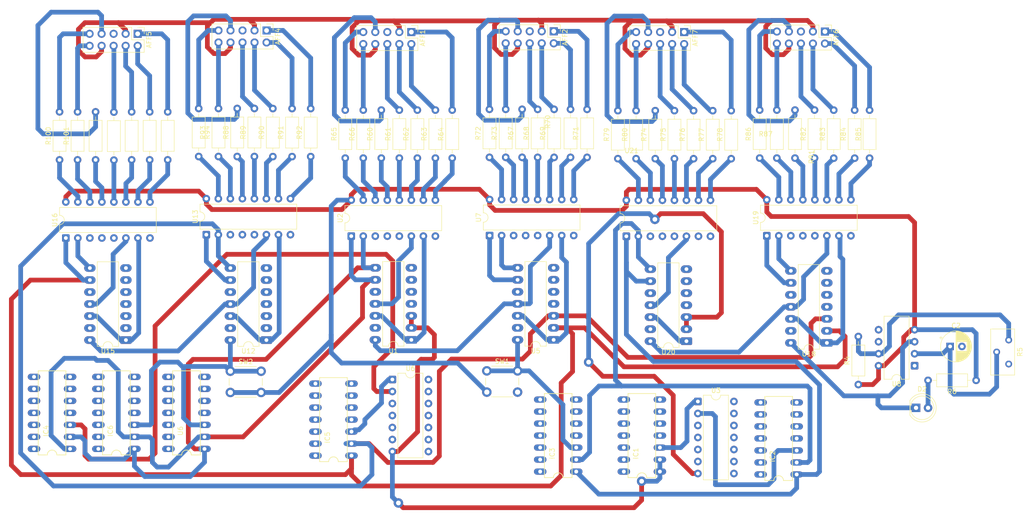
<source format=kicad_pcb>
(kicad_pcb (version 20241229) (generator "pcbnew") (generator_version "9.0")
  (layers (0 "F.Cu" signal) (2 "B.Cu" signal) (13 "F.Paste" user) (15 "B.Paste" user) (5 "F.SilkS" user "F.Silkscreen") (7 "B.SilkS" user "B.Silkscreen") (1 "F.Mask" user) (3 "B.Mask" user) (25 "Edge.Cuts" user))
  (net 0 "")
  (net 1 "Net-(AFF1-a)")
  (net 2 "Net-(AFF1-e)")
  (net 3 "Net-(AFF1-b)")
  (net 4 "Net-(AFF1-f)")
  (net 7 "Net-(U2-a)")
  (net 8 "Net-(AFF1-d)")
  (net 9 "Net-(AFF1-g)")
  (net 10 "Net-(AFF1-c)")
  (net 11 "Net-(U2-b)")
  (net 12 "Net-(AFF2-b)")
  (net 13 "Net-(AFF2-d)")
  (net 15 "Net-(AFF2-f)")
  (net 16 "Net-(AFF2-a)")
  (net 17 "Net-(AFF2-c)")
  (net 18 "Net-(AFF2-g)")
  (net 19 "Net-(U2-c)")
  (net 20 "Net-(AFF2-e)")
  (net 21 "Net-(U2-d)")
  (net 22 "Net-(AFF4-d)")
  (net 23 "Net-(AFF4-f)")
  (net 25 "Net-(U2-e)")
  (net 26 "Net-(AFF4-c)")
  (net 27 "Net-(AFF4-b)")
  (net 28 "Net-(AFF4-e)")
  (net 29 "Net-(AFF4-g)")
  (net 30 "Net-(AFF4-a)")
  (net 31 "Net-(AFF5-c)")
  (net 32 "Net-(AFF5-g)")
  (net 33 "Net-(AFF5-a)")
  (net 34 "unconnected-(AFF5-DP-Pad5)")
  (net 35 "Net-(AFF5-e)")
  (net 36 "Net-(AFF5-f)")
  (net 37 "Net-(U2-f)")
  (net 38 "Net-(AFF5-d)")
  (net 39 "Net-(U2-g)")
  (net 40 "Net-(AFF5-b)")
  (net 41 "Net-(AFF6-d)")
  (net 42 "Net-(U7-a)")
  (net 43 "Net-(AFF6-f)")
  (net 44 "Net-(AFF6-e)")
  (net 45 "Net-(AFF6-b)")
  (net 46 "Net-(AFF6-a)")
  (net 47 "Net-(AFF6-c)")
  (net 48 "Net-(U7-b)")
  (net 49 "Net-(AFF6-g)")
  (net 51 "Net-(AFF7-f)")
  (net 52 "Net-(AFF7-c)")
  (net 53 "Net-(U7-c)")
  (net 54 "Net-(U7-d)")
  (net 55 "Net-(AFF7-e)")
  (net 56 "Net-(AFF7-g)")
  (net 57 "Net-(AFF7-a)")
  (net 58 "Net-(AFF7-b)")
  (net 59 "Net-(AFF7-d)")
  (net 61 "GND")
  (net 62 "Net-(U8-Threshold)")
  (net 63 "Net-(U8-Discharge)")
  (net 64 "VCC")
  (net 65 "Net-(D2-A)")
  (net 66 "Net-(U13-a)")
  (net 67 "Net-(U13-b)")
  (net 68 "Net-(U13-c)")
  (net 69 "Net-(U13-d)")
  (net 70 "Net-(U13-e)")
  (net 71 "Net-(U13-f)")
  (net 72 "Net-(U13-g)")
  (net 73 "Net-(U16-a)")
  (net 74 "Net-(U16-b)")
  (net 75 "Net-(U16-c)")
  (net 76 "Net-(U16-d)")
  (net 77 "Net-(U16-e)")
  (net 78 "Net-(U16-f)")
  (net 79 "Net-(U16-g)")
  (net 81 "CKA")
  (net 82 "Net-(U7-e)")
  (net 83 "Net-(U7-f)")
  (net 84 "Net-(U7-g)")
  (net 85 "Net-(U1-R0(1))")
  (net 86 "Net-(U21-a)")
  (net 87 "Net-(U21-b)")
  (net 88 "Net-(U19-f)")
  (net 89 "Net-(U21-c)")
  (net 90 "Net-(U19-g)")
  (net 91 "Net-(U19-a)")
  (net 92 "Net-(U19-d)")
  (net 93 "Net-(U19-c)")
  (net 94 "Net-(U19-e)")
  (net 95 "Net-(U21-d)")
  (net 98 "Net-(U21-e)")
  (net 99 "Net-(U19-b)")
  (net 100 "Net-(U21-f)")
  (net 101 "Net-(U21-g)")
  (net 103 "Net-(U5-CP0)")
  (net 104 "Net-(U12-CP0)")
  (net 105 "Net-(U1-Q3)")
  (net 106 "Net-(U1-Q2)")
  (net 107 "Net-(U1-Q1)")
  (net 108 "Net-(U1-CP1..3)")
  (net 109 "Net-(U1-CP0)")
  (net 113 "Net-(U20-Q2)")
  (net 114 "Net-(U20-Q1)")
  (net 115 "Net-(U5-Q1)")
  (net 116 "Net-(U5-CP1..3)")
  (net 117 "Net-(U5-Q2)")
  (net 121 "Net-(U12-CP1..3)")
  (net 122 "Net-(U12-Q3)")
  (net 123 "Net-(U12-R0(1))")
  (net 124 "Net-(U12-Q1)")
  (net 125 "Net-(U12-Q2)")
  (net 129 "Net-(U15-Q2)")
  (net 130 "Net-(U15-CP1..3)")
  (net 131 "Net-(U15-Q3)")
  (net 135 "Net-(U18-CP1..3)")
  (net 136 "Net-(U18-Q1)")
  (net 137 "Net-(U18-Q2)")
  (net 138 "Net-(U18-Q3)")
  (net 139 "Net-(U20-Q3)")
  (net 140 "Net-(U20-CP1..3)")
  (net 144 "Net-(J1-Pin_2)")
  (net 145 "Net-(IC1-Pad3)")
  (net 146 "Net-(IC2-Pad3)")
  (net 147 "Net-(IC4-Pad3)")
  (net 148 "Net-(U15-Q1)")
  (net 149 "Net-(IC5-Pad3)")
  (net 150 "Net-(U20-R0(1))")
  (net 151 "Net-(U12-R0(2))")
  (footprint "Resistor_THT:R_Axial_DIN0207_L6.3mm_D2.5mm_P10.16mm_Horizontal" (layer "F.Cu") (at 186.8724 64.489663 90)
    (property "Reference" "R71")
    (property "Value" "330R")
  )
  (footprint "Potentiometer_THT:Potentiometer_Bourns_3296Y_Vertical" (layer "F.Cu") (at 275.9754 108.204 -90)
    (property "Reference" "R5")
    (property "Value" "10kΩ")
  )
  (footprint "Package_DIP:DIP-14_W7.62mm_LongPads" (layer "F.Cu") (at 119.103 103.1414 180)
    (property "Reference" "U12")
    (property "Value" "74LS90")
  )
  (footprint "Resistor_THT:R_Axial_DIN0207_L6.3mm_D2.5mm_P10.16mm_Horizontal" (layer "F.Cu") (at 209.38 64.774738 90)
    (property "Reference" "R76")
    (property "Value" "330R")
  )
  (footprint "Resistor_THT:R_Axial_DIN0207_L6.3mm_D2.5mm_P10.16mm_Horizontal" (layer "F.Cu") (at 244.2 112.5474 90)
    (property "Reference" "R4")
    (property "Value" "4,7KΩ")
  )
  (footprint "Resistor_THT:R_Axial_DIN0207_L6.3mm_D2.5mm_P10.16mm_Horizontal" (layer "F.Cu") (at 158.369 64.6478 90)
    (property "Reference" "R64")
    (property "Value" "330R")
  )
  (footprint "Package_DIP:DIP-14_W7.62mm_LongPads" (layer "F.Cu") (at 149.733 103.0956 180)
    (property "Reference" "U1")
    (property "Value" "74LS90")
  )
  (footprint "Resistor_THT:R_Axial_DIN0207_L6.3mm_D2.5mm_P10.16mm_Horizontal" (layer "F.Cu") (at 239 64.66 90)
    (property "Reference" "R83")
    (property "Value" "330R")
  )
  (footprint "Resistor_THT:R_Axial_DIN0207_L6.3mm_D2.5mm_P10.16mm_Horizontal" (layer "F.Cu") (at 151.003 64.6478 90)
    (property "Reference" "R62")
    (property "Value" "330R")
  )
  (footprint "Resistor_THT:R_Axial_DIN0207_L6.3mm_D2.5mm_P10.16mm_Horizontal" (layer "F.Cu") (at 213.43 64.774738 90)
    (property "Reference" "R77")
    (property "Value" "330R")
  )
  (footprint "Package_DIP:DIP-14_W7.62mm" (layer "F.Cu") (at 145.7248 111.4806)
    (property "Reference" "U6")
    (property "Value" "74AUC2G32")
  )
  (footprint "Resistor_THT:R_Axial_DIN0207_L6.3mm_D2.5mm_P10.16mm_Horizontal" (layer "F.Cu") (at 205.33 64.764738 90)
    (property "Reference" "R75")
    (property "Value" "330R")
  )
  (footprint "Resistor_THT:R_Axial_DIN0207_L6.3mm_D2.5mm_P10.16mm_Horizontal" (layer "F.Cu") (at 234.94 64.64 90)
    (property "Reference" "R82")
    (property "Value" "330R")
  )
  (footprint "74LS08:DIL14" (layer "F.Cu") (at 180.7718 123.3424 90)
    (property "Reference" "IC3")
    (property "Value" "74LS08")
  )
  (footprint "Resistor_THT:R_Axial_DIN0207_L6.3mm_D2.5mm_P10.16mm_Horizontal" (layer "F.Cu") (at 201.28 64.764738 90)
    (property "Reference" "R74")
    (property "Value" "330R")
  )
  (footprint "Resistor_THT:R_Axial_DIN0207_L6.3mm_D2.5mm_P10.16mm_Horizontal" (layer "F.Cu") (at 75.385 65.019138 90)
    (property "Reference" "R100")
    (property "Value" "330R")
  )
  (footprint "Connector_PinHeader_2.54mm:PinHeader_2x05_P2.54mm_Vertical" (layer "F.Cu") (at 207.39 37.978738 -90)
    (property "Reference" "AFF7")
    (property "Value" "LTS-6980HR")
  )
  (footprint "LED_THT:LED_D5.0mm" (layer "F.Cu") (at 256.392 117.475)
    (property "Reference" "D2")
    (property "Value" "LED")
  )
  (footprint "Connector_PinHeader_2.54mm:PinHeader_2x05_P2.54mm_Vertical" (layer "F.Cu") (at 91.895 38.349138 -90)
    (property "Reference" "AFF5")
    (property "Value" "LTS-6980HR")
  )
  (footprint "Resistor_THT:R_Axial_DIN0207_L6.3mm_D2.5mm_P10.16mm_Horizontal" (layer "F.Cu") (at 246.57 64.66 90)
    (property "Reference" "R85")
    (property "Value" "330R")
  )
  (footprint "Package_DIP:DIP-16_W7.62mm" (layer "F.Cu") (at 166.269 81.022663 90)
    (property "Reference" "U7")
    (property "Value" "74LS47")
  )
  (footprint "Package_DIP:CERDIP-8_W7.62mm_SideBrazed" (layer "F.Cu") (at 256.0912 108.569 180)
    (property "Reference" "U8")
    (property "Value" "555")
  )
  (footprint "Package_DIP:DIP-16_W7.62mm" (layer "F.Cu") (at 106.403 80.8464 90)
    (property "Reference" "U13")
    (property "Value" "74LS47")
  )
  (footprint "Resistor_THT:R_Axial_DIN0207_L6.3mm_D2.5mm_P10.16mm_Horizontal" (layer "F.Cu") (at 269.092 111.6584 180)
    (property "Reference" "R6")
    (property "Value" "220Ω")
  )
  (footprint "Connector_PinHeader_2.54mm:PinHeader_2x05_P2.54mm_Vertical" (layer "F.Cu") (at 149.733 37.9778 -90)
    (property "Reference" "AFF1")
    (property "Value" "LTS-6980HR")
  )
  (footprint "Package_DIP:DIP-14_W7.62mm_LongPads" (layer "F.Cu") (at 207.87 103.37 180)
    (property "Reference" "U20")
    (property "Value" "74LS90")
  )
  (footprint "Resistor_THT:R_Axial_DIN0207_L6.3mm_D2.5mm_P10.16mm_Horizontal" (layer "F.Cu") (at 124.5274 64.3254 90)
    (property "Reference" "R91")
    (property "Value" "330R")
  )
  (footprint "Resistor_THT:R_Axial_DIN0207_L6.3mm_D2.5mm_P10.16mm_Horizontal" (layer "F.Cu") (at 139.573 64.6478 90)
    (property "Reference" "R66")
    (property "Value" "330R")
  )
  (footprint "Resistor_THT:R_Axial_DIN0207_L6.3mm_D2.5mm_P10.16mm_Horizontal" (layer "F.Cu") (at 197.23 64.764738 90)
    (property "Reference" "R80")
    (property "Value" "330R")
  )
  (footprint "Connector_PinHeader_2.54mm:PinHeader_2x05_P2.54mm_Vertical" (layer "F.Cu") (at 119.133 37.6454 -90)
    (property "Reference" "AFF4")
    (property "Value" "LTS-6980HR")
  )
  (footprint "Resistor_THT:R_Axial_DIN0207_L6.3mm_D2.5mm_P10.16mm_Horizontal" (layer "F.Cu") (at 179.9024 64.489663 90)
    (property "Reference" "R69")
    (property "Value" "330R")
  )
  (footprint "Resistor_THT:R_Axial_DIN0207_L6.3mm_D2.5mm_P10.16mm_Horizontal" (layer "F.Cu") (at 120.463 64.3254 90)
    (property "Reference" "R90")
    (property "Value" "330R")
  )
  (footprint "Package_DIP:DIP-14_W7.62mm" (layer "F.Cu") (at 210.2866 116.1288)
    (property "Reference" "U3")
    (property "Value" "74AUC2G32")
  )
  (footprint "Resistor_THT:R_Axial_DIN0207_L6.3mm_D2.5mm_P10.16mm_Horizontal" (layer "F.Cu") (at 98.245 65.019138 90)
    (property "Reference" "R99" (hide yes))
    (property "Value" "330R")
  )
  (footprint "Package_DIP:DIP-16_W7.62mm" (layer "F.Cu") (at 76.713 81.550138 90)
    (property "Reference" "U16")
    (property "Value" "74LS47")
  )
  (footprint "Resistor_THT:R_Axial_DIN0207_L6.3mm_D2.5mm_P10.16mm_Horizontal" (layer "F.Cu") (at 83.005 65.019138 90)
    (property "Reference" "R95" (hide yes))
    (property "Value" "330R")
  )
  (footprint "Package_DIP:DIP-16_W7.62mm" (layer "F.Cu") (at 224.85 81.075 90)
    (property "Reference" "U19")
    (property "Value" "74LS47")
  )
  (footprint "Resistor_THT:R_Axial_DIN0207_L6.3mm_D2.5mm_P10.16mm_Horizontal" (layer "F.Cu") (at 193.38 64.764738 90)
    (property "Reference" "R79")
    (property "Value" "330R")
  )
  (footprint "Resistor_THT:R_Axial_DIN0207_L6.3mm_D2.5mm_P10.16mm_Horizontal" (layer "F.Cu") (at 79.195 65.019138 90)
    (property "Reference" "R101")
    (property "Value" "330R")
  )
  (footprint "Connector_PinHeader_2.54mm:PinHeader_2x05_P2.54mm_Vertical" (layer "F.Cu") (at 179.8298 37.821663 -90)
    (property "Reference" "AFF2")
    (property "Value" "LTS-6980HR")
  )
  (footprint "74LS08:DIL14" (layer "F.Cu") (at 102.21 118.54 90)
    (property "Reference" "U6")
    (property "Value" "74LS08")
  )
  (footprint "Resistor_THT:R_Axial_DIN0207_L6.3mm_D2.5mm_P10.16mm_Horizontal" (layer "F.Cu") (at 183.371 64.489663 90)
    (property "Reference" "R70")
    (property "Value" "330R")
  )
  (footprint "Package_DIP:DIP-14_W7.62mm_LongPads" (layer "F.Cu") (at 179.8034 103.0956 180)
    (property "Reference" "U5")
    (property "Value" "74LS90")
  )
  (footprint "Resistor_THT:R_Axial_DIN0207_L6.3mm_D2.5mm_P10.16mm_Horizontal" (layer "F.Cu") (at 86.873 65.075138 90)
    (property "Reference" "R96" (hide yes))
    (property "Value" "330R")
  )
  (footprint "Resistor_THT:R_Axial_DIN0207_L6.3mm_D2.5mm_P10.16mm_Horizontal" (layer "F.Cu") (at 226.98 64.64 90)
    (property "Reference" "R87")
    (property "Value" "330R")
  )
  (footprint "Resistor_THT:R_Axial_DIN0207_L6.3mm_D2.5mm_P10.16mm_Horizontal" (layer "F.Cu") (at 166.241 64.483663 90)
    (property "Reference" "R72")
    (property "Value" "330R")
  )
  (footprint "Connector_PinHeader_2.54mm:PinHeader_2x05_P2.54mm_Vertical" (layer "F.Cu") (at 237.14 37.874 -90)
    (property "Reference" "AFF6")
    (property "Value" "LTS-6980HR")
  )
  (footprint "Resistor_THT:R_Axial_DIN0207_L6.3mm_D2.5mm_P10.16mm_Horizontal" (layer "F.Cu") (at 154.813 64.6478 90)
    (property "Reference" "R63")
    (property "Value" "330R")
  )
  (footprint "Resistor_THT:R_Axial_DIN0207_L6.3mm_D2.5mm_P10.16mm_Horizontal" (layer "F.Cu") (at 243.42 64.66 90)
    (property "Reference" "R84")
    (property "Value" "330R")
  )
  (footprint "Resistor_THT:R_Axial_DIN0207_L6.3mm_D2.5mm_P10.16mm_Horizontal" (layer "F.Cu") (at 173.141 64.483663 90)
    (property "Reference" "R67")
    (property "Value" "330R")
  )
  (footprint "74LS08:DIL14" (layer "F.Cu") (at 73.8 118.54 90)
    (property "Reference" "IC4")
    (property "Value" "74LS08")
  )
  (footprint "74LS08:DIL14" (layer "F.Cu") (at 133.2738 119.9642 90)
    (property "Reference" "IC5")
    (property "Value" "74LS08")
  )
  (footprint "Resistor_THT:R_Axial_DIN0207_L6.3mm_D2.5mm_P10.16mm_Horizontal" (layer "F.Cu") (at 230.81 64.64 90)
    (property "Reference" "R81")
    (property "Value" "330R")
  )
  (footprint "74LS08:DIL14" (layer "F.Cu") (at 87.4 118.54 90)
    (property "Reference" "IC6")
    (property "Value" "74LS08")
  )
  (footprint "Package_DIP:DIP-16_W7.62mm" (layer "F.Cu") (at 195.17 81.179738 90)
    (property "Reference" "U21")
    (property "Value" "74LS47")
  )
  (footprint "Button_Switch_THT:SW_PUSH_6mm" (layer "F.Cu") (at 165.6834 109.6518)
    (property "Reference" "SW1")
    (property "Value" "SW_Push")
  )
  (footprint "Resistor_THT:R_Axial_DIN0207_L6.3mm_D2.5mm_P10.16mm_Horizontal" (layer "F.Cu") (at 116.563 64.3074 90)
    (property "Reference" "R89")
    (property "Value" "330R")
  )
  (footprint "Resistor_THT:R_Axial_DIN0207_L6.3mm_D2.5mm_P10.16mm_Horizontal" (layer "F.Cu") (at 169.6774 64.483663 90)
    (property "Reference" "R73")
    (property "Value" "330R")
  )
  (footprint "Resistor_THT:R_Axial_DIN0207_L6.3mm_D2.5mm_P10.16mm_Horizontal" (layer "F.Cu") (at 108.973 64.3074 90)
    (property "Reference" "R94")
    (property "Value" "330R")
  )
  (footprint "Resistor_THT:R_Axial_DIN0207_L6.3mm_D2.5mm_P10.16mm_Horizontal" (layer "F.Cu") (at 176.429 64.489663 90)
    (property "Reference" "R68")
    (property "Value" "330R")
  )
  (footprint "Resistor_THT:R_Axial_DIN0207_L6.3mm_D2.5mm_P10.16mm_Horizontal" (layer "F.Cu") (at 104.793 64.3074 90)
    (property "Reference" "R93")
    (property "Value" "330R")
  )
  (footprint "Resistor_THT:R_Axial_DIN0207_L6.3mm_D2.5mm_P10.16mm_Horizontal" (layer "F.Cu") (at 143.383 64.6478 90)
    (property "Reference" "R60")
    (property "Value" "330R")
  )
  (footprint "Resistor_THT:R_Axial_DIN0207_L6.3mm_D2.5mm_P10.16mm_Horizontal" (layer "F.Cu") (at 112.933 64.3074 90)
    (property "Reference" "R88")
    (property "Value" "330R")
  )
  (footprint "Resistor_THT:R_Axial_DIN0207_L6.3mm_D2.5mm_P10.16mm_Horizontal" (layer "F.Cu") (at 147.193 64.6478 90)
    (property "Reference" "R61")
    (property "Value" "330R")
  )
  (footprint "Package_DIP:DIP-16_W7.62mm" (layer "F.Cu") (at 137.033 81.1528 90)
    (property "Reference" "U2")
    (property "Value" "74LS47")
  )
  (footprint "Resistor_THT:R_Axial_DIN0207_L6.3mm_D2.5mm_P10.16mm_Horizontal" (layer "F.Cu") (at 135.763 64.6478 90)
    (property "Reference" "R65")
    (property "Value" "330R")
  )
  (footprint "Package_DIP:DIP-14_W7.62mm_LongPads" (layer "F.Cu") (at 237.55 103.7336 180)
    (property "Reference" "U18")
    (property "Value" "74LS90")
  )
  (footprint "74LS08:DIL14" (layer "F.Cu") (at 198.4502 123.3424 90)
    (property "Reference" "IC1")
    (property "Value" "74LS08")
  )
  (footprint "Resistor_THT:R_Axial_DIN0207_L6.3mm_D2.5mm_P10.16mm_Horizontal" (layer "F.Cu") (at 128.463 64.3254 90)
    (property "Reference" "R92")
    (property "Value" "330R")
  )
  (footprint "Resistor_THT:R_Axial_DIN0207_L6.3mm_D2.5mm_P10.16mm_Horizontal" (layer "F.Cu") (at 90.625 65.019138 90)
    (property "Reference" "R97" (hide yes))
    (property "Value" "330R")
  )
  (footprint "Resistor_THT:R_Axial_DIN0207_L6.3mm_D2.5mm_P10.16mm_Horizontal" (layer "F.Cu") (at 223.35 64.64 90)
    (property "Reference" "R86")
    (property "Value" "330R")
  )
  (footprint "Package_DIP:DIP-14_W7.62mm_LongPads" (layer "F.Cu") (at 89.413 103.1414 180)
    (property "Reference" "U15")
    (property "Value" "74LS90")
  )
  (footprint "Resistor_THT:R_Axial_DIN0207_L6.3mm_D2.5mm_P10.16mm_Horizontal" (layer "F.Cu") (at 94.435 65.019138 90)
    (property "Reference" "R98" (hide yes))
    (property "Value" "330R")
  )
  (footprint "Capacitor_THT:CP_Radial_D6.3mm_P2.50mm" (layer "F.Cu") (at 263.594621 104.486)
    (property "Reference" "C2")
    (property "Value" "100uF")
  )
  (footprint "74LS08:DIL14" (layer "F.Cu") (at 227.3554 123.952 90)
    (property "Reference" "IC2")
    (property "Value" "74LS08")
  )
  (footprint "Resistor_THT:R_Axial_DIN0207_L6.3mm_D2.5mm_P10.16mm_Horizontal" (layer "F.Cu") (at 217.33 64.774738 90)
    (property "Reference" "R78")
    (property "Value" "330R")
  )
  (footprint "Button_Switch_THT:SW_PUSH_6mm" (layer "F.Cu") (at 111.483 109.7238)
    (property "Reference" "SW2")
    (property "Value" "SW_Push")
  )
  (segment (start 141.211 34.9338) (end 142.113 35.8358) (width 1) (layer "B.Cu") (net 1))
  (segment (start 133.462 39.1428) (end 137.671 34.9338) (width 1) (layer "B.Cu") (net 1))
  (segment (start 143.383 56.3018) (end 142.896 56.7888) (width 1) (layer "B.Cu") (net 1))
  (segment (start 133.462 55.440906) (end 133.462 39.1428) (width 1) (layer "B.Cu") (net 1))
  (segment (start 142.113 35.8358) (end 142.113 37.9778) (width 1) (layer "B.Cu") (net 1))
  (segment (start 142.896 56.7888) (end 134.809894 56.7888) (width 1) (layer "B.Cu") (net 1))
  (segment (start 137.671 34.9338) (end 141.211 34.9338) (width 1) (layer "B.Cu") (net 1))
  (segment (start 143.383 54.4878) (end 143.383 56.3018) (width 1) (layer "B.Cu") (net 1))
  (segment (start 134.809894 56.7888) (end 133.462 55.440906) (width 1) (layer "B.Cu") (net 1))
  (segment (start 158.369 54.4878) (end 158.369 39.2218) (width 1) (layer "B.Cu") (net 2))
  (segment (start 158.369 39.2218) (end 157.125 37.9778) (width 1) (layer "B.Cu") (net 2))
  (segment (start 157.125 37.9778) (end 149.733 37.9778) (width 1) (layer "B.Cu") (net 2))
  (segment (start 150.195817 37.9778) (end 149.411 37.9778) (width 1) (layer "B.Cu") (net 2))
  (segment (start 147.193 54.4878) (end 144.653 51.9478) (width 1) (layer "B.Cu") (net 3))
  (segment (start 144.653 51.9478) (end 144.653 40.5178) (width 1) (layer "B.Cu") (net 3))
  (segment (start 138.048919 37.9778) (end 139.251 37.9778) (width 1) (layer "B.Cu") (net 4))
  (segment (start 135.763 54.4878) (end 135.763 40.263719) (width 1) (layer "B.Cu") (net 4))
  (segment (start 135.763 40.263719) (end 138.048919 37.9778) (width 1) (layer "B.Cu") (net 4))
  (segment (start 144.653 70.7438) (end 143.383 69.4738) (width 1) (layer "B.Cu") (net 7))
  (segment (start 144.653 73.5328) (end 144.653 70.7438) (width 1) (layer "B.Cu") (net 7))
  (segment (start 143.383 69.4738) (end 143.383 64.6478) (width 1) (layer "B.Cu") (net 7))
  (segment (start 149.733 49.4078) (end 154.813 54.4878) (width 1) (layer "B.Cu") (net 8))
  (segment (start 149.733 40.5178) (end 149.733 49.4078) (width 1) (layer "B.Cu") (net 8))
  (segment (start 139.573 40.5178) (end 139.573 54.4878) (width 1) (layer "B.Cu") (net 9))
  (segment (start 147.193 40.5178) (end 147.193 50.6778) (width 1) (layer "B.Cu") (net 10))
  (segment (start 147.193 50.6778) (end 151.003 54.4878) (width 1) (layer "B.Cu") (net 10))
  (segment (start 147.193 73.5328) (end 147.193 64.6478) (width 1) (layer "B.Cu") (net 11))
  (segment (start 174.7498 52.650463) (end 174.7498 40.361663) (width 1) (layer "B.Cu") (net 12))
  (segment (start 176.429 54.329663) (end 174.7498 52.650463) (width 1) (layer "B.Cu") (net 12))
  (segment (start 183.371 54.329663) (end 183.371 41.757663) (width 1) (layer "B.Cu") (net 13))
  (segment (start 183.371 41.757663) (end 181.975 40.361663) (width 1) (layer "B.Cu") (net 13))
  (segment (start 181.975 40.361663) (end 179.8298 40.361663) (width 1) (layer "B.Cu") (net 13))
  (segment (start 167.297 37.821663) (end 169.6698 37.821663) (width 1) (layer "B.Cu") (net 15))
  (segment (start 166.241 54.323663) (end 166.241 38.877663) (width 1) (layer "B.Cu") (net 15))
  (segment (start 166.241 38.877663) (end 167.297 37.821663) (width 1) (layer "B.Cu") (net 15))
  (segment (start 163.94 55.276769) (end 163.94 37.438663) (width 1) (layer "B.Cu") (net 16))
  (segment (start 172.2098 35.806463) (end 172.2098 37.821663) (width 1) (layer "B.Cu") (net 16))
  (segment (start 171.874 35.470663) (end 172.2098 35.806463) (width 1) (layer "B.Cu") (net 16))
  (segment (start 173.141 55.767663) (end 172.284 56.624663) (width 1) (layer "B.Cu") (net 16))
  (segment (start 172.284 56.624663) (end 165.287894 56.624663) (width 1) (layer "B.Cu") (net 16))
  (segment (start 165.287894 56.624663) (end 163.94 55.276769) (width 1) (layer "B.Cu") (net 16))
  (segment (start 163.94 37.438663) (end 165.908 35.470663) (width 1) (layer "B.Cu") (net 16))
  (segment (start 165.908 35.470663) (end 171.874 35.470663) (width 1) (layer "B.Cu") (net 16))
  (segment (start 173.141 54.323663) (end 173.141 55.767663) (width 1) (layer "B.Cu") (net 16))
  (segment (start 179.9024 54.329663) (end 177.2898 51.717063) (width 1) (layer "B.Cu") (net 17))
  (segment (start 177.2898 51.717063) (end 177.2898 40.361663) (width 1) (layer "B.Cu") (net 17))
  (segment (start 169.6774 40.369263) (end 169.6698 40.361663) (width 1) (layer "B.Cu") (net 18))
  (segment (start 169.6774 54.323663) (end 169.6774 40.369263) (width 1) (layer "B.Cu") (net 18))
  (segment (start 149.733 70.6168) (end 151.003 69.3468) (width 1) (layer "B.Cu") (net 19))
  (segment (start 151.003 69.3468) (end 151.003 64.6478) (width 1) (layer "B.Cu") (net 19))
  (segment (start 149.733 73.5328) (end 149.733 70.6168) (width 1) (layer "B.Cu") (net 19))
  (segment (start 186.8724 54.329663) (end 186.8724 39.649063) (width 1) (layer "B.Cu") (net 20))
  (segment (start 186.8724 39.649063) (end 185.045 37.821663) (width 1) (layer "B.Cu") (net 20))
  (segment (start 185.045 37.821663) (end 179.8298 37.821663) (width 1) (layer "B.Cu") (net 20))
  (segment (start 152.273 71.2518) (end 154.813 68.7118) (width 1) (layer "B.Cu") (net 21))
  (segment (start 152.273 73.5328) (end 152.273 71.2518) (width 1) (layer "B.Cu") (net 21))
  (segment (start 154.813 68.7118) (end 154.813 64.6478) (width 1) (layer "B.Cu") (net 21))
  (segment (start 124.5274 43.4858) (end 121.227 40.1854) (width 1) (layer "B.Cu") (net 22))
  (segment (start 124.5274 54.1654) (end 124.5274 43.4858) (width 1) (layer "B.Cu") (net 22))
  (segment (start 121.227 40.1854) (end 119.133 40.1854) (width 1) (layer "B.Cu") (net 22))
  (segment (start 104.793 54.1474) (end 104.793 39.6214) (width 1) (layer "B.Cu") (net 23))
  (segment (start 106.769 37.6454) (end 108.973 37.6454) (width 1) (layer "B.Cu") (net 23))
  (segment (start 104.793 39.6214) (end 106.769 37.6454) (width 1) (layer "B.Cu") (net 23))
  (segment (start 158.369 67.9498) (end 158.369 64.6478) (width 1) (layer "B.Cu") (net 25))
  (segment (start 156.814 69.5048) (end 158.369 67.9498) (width 1) (layer "B.Cu") (net 25))
  (segment (start 156.814 69.540641) (end 156.814 69.5048) (width 1) (layer "B.Cu") (net 25))
  (segment (start 154.813 73.5328) (end 154.813 71.541642) (width 1) (layer "B.Cu") (net 25))
  (segment (start 154.813 71.541642) (end 156.814 69.540641) (width 1) (layer "B.Cu") (net 25))
  (segment (start 116.593 50.2954) (end 116.593 40.1854) (width 1) (layer "B.Cu") (net 26))
  (segment (start 120.463 54.1654) (end 116.593 50.2954) (width 1) (layer "B.Cu") (net 26))
  (segment (start 114.053 51.6374) (end 114.053 40.1854) (width 1) (layer "B.Cu") (net 27))
  (segment (start 116.563 54.1474) (end 114.053 51.6374) (width 1) (layer "B.Cu") (net 27))
  (segment (start 128.463 54.1654) (end 128.463 43.4814) (width 1) (layer "B.Cu") (net 28))
  (segment (start 128.463 43.4814) (end 122.627 37.6454) (width 1) (layer "B.Cu") (net 28))
  (segment (start 122.627 37.6454) (end 119.133 37.6454) (width 1) (layer "B.Cu") (net 28))
  (segment (start 108.973 54.1474) (end 108.973 40.1854) (width 1) (layer "B.Cu") (net 29))
  (segment (start 102.492 55.100506) (end 102.492 35.7824) (width 1) (layer "B.Cu") (net 30))
  (segment (start 112.933 54.1474) (end 112.933 55.8414) (width 1) (layer "B.Cu") (net 30))
  (segment (start 103.713 34.5614) (end 110.543 34.5614) (width 1) (layer "B.Cu") (net 30))
  (segment (start 103.839894 56.4484) (end 102.492 55.100506) (width 1) (layer "B.Cu") (net 30))
  (segment (start 102.492 35.7824) (end 103.713 34.5614) (width 1) (layer "B.Cu") (net 30))
  (segment (start 112.933 55.8414) (end 112.326 56.4484) (width 1) (layer "B.Cu") (net 30))
  (segment (start 112.326 56.4484) (end 103.839894 56.4484) (width 1) (layer "B.Cu") (net 30))
  (segment (start 111.513 35.5314) (end 111.513 37.6454) (width 1) (layer "B.Cu") (net 30))
  (segment (start 110.543 34.5614) (end 111.513 35.5314) (width 1) (layer "B.Cu") (net 30))
  (segment (start 89.355 45.207138) (end 89.355 40.889138) (width 1) (layer "B.Cu") (net 31))
  (segment (start 90.625 46.477138) (end 89.355 45.207138) (width 1) (layer "B.Cu") (net 31))
  (segment (start 90.625 54.859138) (end 90.625 46.477138) (width 1) (layer "B.Cu") (net 31))
  (segment (start 79.195 41.397138) (end 79.703 40.889138) (width 1) (layer "B.Cu") (net 32))
  (segment (start 79.195 54.859138) (end 79.195 41.397138) (width 1) (layer "B.Cu") (net 32))
  (segment (start 79.703 40.889138) (end 81.735 40.889138) (width 1) (layer "B.Cu") (net 32))
  (segment (start 83.005 58.043138) (end 81.533 59.515138) (width 1) (layer "B.Cu") (net 33))
  (segment (start 70.813 36.571138) (end 73.607 33.777138) (width 1) (layer "B.Cu") (net 33))
  (segment (start 81.533 59.515138) (end 71.913 59.515138) (width 1) (layer "B.Cu") (net 33))
  (segment (start 70.813 58.415138) (end 70.813 36.571138) (width 1) (layer "B.Cu") (net 33))
  (segment (start 83.513 33.777138) (end 84.275 34.539138) (width 1) (layer "B.Cu") (net 33))
  (segment (start 73.607 33.777138) (end 83.513 33.777138) (width 1) (layer "B.Cu") (net 33))
  (segment (start 71.913 59.515138) (end 70.813 58.415138) (width 1) (layer "B.Cu") (net 33))
  (segment (start 84.275 34.539138) (end 84.275 38.349138) (width 1) (layer "B.Cu") (net 33))
  (segment (start 83.005 54.859138) (end 83.005 58.043138) (width 1) (layer "B.Cu") (net 33))
  (segment (start 86.815 38.538138) (end 86.626 38.538138) (width 1) (layer "B.Cu") (net 34))
  (segment (start 86.815 38.349138) (end 86.815 38.538138) (width 1) (layer "B.Cu") (net 34))
  (segment (start 98.245 39.619138) (end 96.975 38.349138) (width 1) (layer "B.Cu") (net 35))
  (segment (start 96.975 38.349138) (end 91.895 38.349138) (width 1) (layer "B.Cu") (net 35))
  (segment (start 98.245 54.859138) (end 98.245 39.619138) (width 1) (layer "B.Cu") (net 35))
  (segment (start 76.147 38.349138) (end 81.735 38.349138) (width 1) (layer "B.Cu") (net 36))
  (segment (start 75.385 39.111138) (end 76.147 38.349138) (width 1) (layer "B.Cu") (net 36))
  (segment (start 75.385 54.859138) (end 75.385 39.111138) (width 1) (layer "B.Cu") (net 36))
  (segment (start 139.573 72.40143) (end 135.763 68.59143) (width 1) (layer "B.Cu") (net 37))
  (segment (start 139.573 73.5328) (end 139.573 72.40143) (width 1) (layer "B.Cu") (net 37))
  (segment (start 135.763 68.59143) (end 135.763 64.6478) (width 1) (layer "B.Cu") (net 37))
  (segment (start 94.435 54.859138) (end 94.435 47.239138) (width 1) (layer "B.Cu") (net 38))
  (segment (start 91.895 44.699138) (end 91.895 40.889138) (width 1) (layer "B.Cu") (net 38))
  (segment (start 94.435 47.239138) (end 91.895 44.699138) (width 1) (layer "B.Cu") (net 38))
  (segment (start 142.113 72.0138) (end 139.573 69.4738) (width 1) (layer "B.Cu") (net 39))
  (segment (start 139.573 69.4738) (end 139.573 64.6478) (width 1) (layer "B.Cu") (net 39))
  (segment (start 142.113 73.5328) (end 142.113 72.0138) (width 1) (layer "B.Cu") (net 39))
  (segment (start 86.873 54.915138) (end 86.873 40.947138) (width 1) (layer "B.Cu") (net 40))
  (segment (start 86.873 40.947138) (end 86.815 40.889138) (width 1) (layer "B.Cu") (net 40))
  (segment (start 243.42 45.133842) (end 243.42 54.5) (width 1) (layer "B.Cu") (net 41))
  (segment (start 237.14 40.414) (end 238.700158 40.414) (width 1) (layer "B.Cu") (net 41))
  (segment (start 238.700158 40.414) (end 243.42 45.133842) (width 1) (layer "B.Cu") (net 41))
  (segment (start 173.889 73.402663) (end 173.889 65.231663) (width 1) (layer "B.Cu") (net 42))
  (segment (start 173.889 65.231663) (end 173.141 64.483663) (width 1) (layer "B.Cu") (net 42))
  (segment (start 224.226 37.874) (end 223.35 38.75) (width 1) (layer "B.Cu") (net 43))
  (segment (start 223.35 38.75) (end 223.35 54.48) (width 1) (layer "B.Cu") (net 43))
  (segment (start 226.98 37.874) (end 224.226 37.874) (width 1) (layer "B.Cu") (net 43))
  (segment (start 246.57 45.454) (end 238.99 37.874) (width 1) (layer "B.Cu") (net 44))
  (segment (start 246.57 54.5) (end 246.57 45.454) (width 1) (layer "B.Cu") (net 44))
  (segment (start 238.99 37.874) (end 237.14 37.874) (width 1) (layer "B.Cu") (net 44))
  (segment (start 234.94 54.48) (end 232.06 51.6) (width 1) (layer "B.Cu") (net 45))
  (segment (start 232.06 51.6) (end 232.06 40.414) (width 1) (layer "B.Cu") (net 45))
  (segment (start 230.81 55.6) (end 229.629 56.781) (width 1) (layer "B.Cu") (net 46))
  (segment (start 221.049 55.433106) (end 221.049 37.521) (width 1) (layer "B.Cu") (net 46))
  (segment (start 230.81 54.48) (end 230.81 55.6) (width 1) (layer "B.Cu") (net 46))
  (segment (start 228.371081 35.523) (end 229.52 36.671919) (width 1) (layer "B.Cu") (net 46))
  (segment (start 223.047 35.523) (end 228.371081 35.523) (width 1) (layer "B.Cu") (net 46))
  (segment (start 229.629 56.781) (end 222.396894 56.781) (width 1) (layer "B.Cu") (net 46))
  (segment (start 222.396894 56.781) (end 221.049 55.433106) (width 1) (layer "B.Cu") (net 46))
  (segment (start 229.52 36.671919) (end 229.52 37.874) (width 1) (layer "B.Cu") (net 46))
  (segment (start 221.049 37.521) (end 223.047 35.523) (width 1) (layer "B.Cu") (net 46))
  (segment (start 234.6 50.1) (end 234.6 40.414) (width 1) (layer "B.Cu") (net 47))
  (segment (start 239 54.5) (end 234.6 50.1) (width 1) (layer "B.Cu") (net 47))
  (segment (start 176.429 73.402663) (end 176.429 64.489663) (width 1) (layer "B.Cu") (net 48))
  (segment (start 226.98 40.414) (end 226.98 54.48) (width 1) (layer "B.Cu") (net 49))
  (segment (start 196.027919 37.978738) (end 197.23 37.978738) (width 1) (layer "B.Cu") (net 51))
  (segment (start 193.38 54.604738) (end 193.38 40.626657) (width 1) (layer "B.Cu") (net 51))
  (segment (start 193.38 40.626657) (end 196.027919 37.978738) (width 1) (layer "B.Cu") (net 51))
  (segment (start 209.38 54.614738) (end 204.85 50.084738) (width 1) (layer "B.Cu") (net 52))
  (segment (start 204.85 50.084738) (end 204.85 40.518738) (width 1) (layer "B.Cu") (net 52))
  (segment (start 178.969 73.402663) (end 178.969 65.423063) (width 1) (layer "B.Cu") (net 53))
  (segment (start 178.969 65.423063) (end 179.9024 64.489663) (width 1) (layer "B.Cu") (net 53))
  (segment (start 181.509 73.402663) (end 181.509 66.351663) (width 1) (layer "B.Cu") (net 54))
  (segment (start 181.509 66.351663) (end 183.371 64.489663) (width 1) (layer "B.Cu") (net 54))
  (segment (start 217.33 54.614738) (end 217.33 39.694738) (width 1) (layer "B.Cu") (net 55))
  (segment (start 217.33 39.694738) (end 215.614 37.978738) (width 1) (layer "B.Cu") (net 55))
  (segment (start 215.614 37.978738) (end 207.39 37.978738) (width 1) (layer "B.Cu") (net 55))
  (segment (start 197.23 54.604738) (end 197.23 40.518738) (width 1) (layer "B.Cu") (net 56))
  (segment (start 191.079 55.557844) (end 191.079 36.155738) (width 1) (layer "B.Cu") (net 57))
  (segment (start 191.079 36.155738) (end 192.63 34.604738) (width 1) (layer "B.Cu") (net 57))
  (segment (start 198.58 34.604738) (end 199.77 35.794738) (width 1) (layer "B.Cu") (net 57))
  (segment (start 201.28 54.604738) (end 201.28 56.204738) (width 1) (layer "B.Cu") (net 57))
  (segment (start 200.579 56.905738) (end 192.426894 56.905738) (width 1) (layer "B.Cu") (net 57))
  (segment (start 199.77 35.794738) (end 199.77 37.978738) (width 1) (layer "B.Cu") (net 57))
  (segment (start 192.63 34.604738) (end 198.58 34.604738) (width 1) (layer "B.Cu") (net 57))
  (segment (start 201.28 56.204738) (end 200.579 56.905738) (width 1) (layer "B.Cu") (net 57))
  (segment (start 192.426894 56.905738) (end 191.079 55.557844) (width 1) (layer "B.Cu") (net 57))
  (segment (start 202.31 51.584738) (end 205.33 54.604738) (width 1) (layer "B.Cu") (net 58))
  (segment (start 202.31 40.518738) (end 202.31 51.584738) (width 1) (layer "B.Cu") (net 58))
  (segment (start 212.92 54.614738) (end 207.39 49.084738) (width 1) (layer "B.Cu") (net 59))
  (segment (start 213.43 54.614738) (end 212.92 54.614738) (width 1) (layer "B.Cu") (net 59))
  (segment (start 207.39 49.084738) (end 207.39 40.518738) (width 1) (layer "B.Cu") (net 59))
  (segment (start 264.393 114.5794) (end 271.886 114.5794) (width 1) (layer "B.Cu") (net 62))
  (segment (start 263.594621 104.486) (end 263.594621 113.781021) (width 1) (layer "B.Cu") (net 62))
  (segment (start 256.0912 106.029) (end 262.051621 106.029) (width 1) (layer "B.Cu") (net 62))
  (segment (start 263.594621 113.781021) (end 264.393 114.5794) (width 1) (layer "B.Cu") (net 62))
  (segment (start 271.886 114.5794) (end 273.4354 113.03) (width 1) (layer "B.Cu") (net 62))
  (segment (start 262.051621 106.029) (end 263.594621 104.486) (width 1) (layer "B.Cu") (net 62))
  (segment (start 273.4354 113.03) (end 273.4354 105.664) (width 1) (layer "B.Cu") (net 62))
  (segment (start 274.1466 97.8154) (end 252.709 97.8154) (width 1) (layer "B.Cu") (net 63))
  (segment (start 244.7174 106.029) (end 244.2 105.5116) (width 1) (layer "B.Cu") (net 63))
  (segment (start 249.185306 106.029) (end 248.4712 106.029) (width 1) (layer "B.Cu") (net 63))
  (segment (start 252.709 97.8154) (end 250.7722 99.7522) (width 1) (layer "B.Cu") (net 63))
  (segment (start 250.7722 104.442106) (end 249.185306 106.029) (width 1) (layer "B.Cu") (net 63))
  (segment (start 275.9754 99.6442) (end 274.1466 97.8154) (width 1) (layer "B.Cu") (net 63))
  (segment (start 244.2 105.5116) (end 244.2 102.3874) (width 1) (layer "B.Cu") (net 63))
  (segment (start 248.4712 106.029) (end 244.7174 106.029) (width 1) (layer "B.Cu") (net 63))
  (segment (start 275.9754 103.124) (end 275.9754 99.6442) (width 1) (layer "B.Cu") (net 63))
  (segment (start 250.7722 99.7522) (end 250.7722 104.442106) (width 1) (layer "B.Cu") (net 63))
  (segment (start 138.20263 71.2318) (end 137.033 72.40143) (width 1) (layer "F.Cu") (net 64))
  (segment (start 195.17 74.83) (end 194.296337 75.703663) (width 1) (layer "F.Cu") (net 64))
  (segment (start 224.85 73.455) (end 222.653738 71.258738) (width 1) (layer "F.Cu") (net 64))
  (segment (start 76.713 72.798768) (end 76.713 73.930138) (width 1) (layer "F.Cu") (net 64))
  (segment (start 167.43863 75.703663) (end 166.269 74.534033) (width 1) (layer "F.Cu") (net 64))
  (segment (start 195.17 71.83) (end 195.17 73.559738) (width 1) (layer "F.Cu") (net 64))
  (segment (start 166.269 73.402663) (end 164.098137 71.2318) (width 1) (layer "F.Cu") (net 64))
  (segment (start 256.0912 78.2912) (end 256.0912 100.949) (width 1) (layer "F.Cu") (net 64))
  (segment (start 107.57263 75.5274) (end 106.403 74.35777) (width 1) (layer "F.Cu") (net 64))
  (segment (start 106.403 74.35777) (end 106.403 73.2264) (width 1) (layer "F.Cu") (net 64))
  (segment (start 106.403 73.2264) (end 104.805738 71.629138) (width 1) (layer "F.Cu") (net 64))
  (segment (start 77.88263 71.629138) (end 76.713 72.798768) (width 1) (layer "F.Cu") (net 64))
  (segment (start 137.033 72.40143) (end 137.033 73.5328) (width 1) (layer "F.Cu") (net 64))
  (segment (start 248.4712 108.569) (end 249.631 108.569) (width 1) (layer "F.Cu") (net 64))
  (segment (start 225.8 77) (end 254.8 77) (width 1) (layer "F.Cu") (net 64))
  (segment (start 195.17 73.559738) (end 195.17 74.83) (width 1) (layer "F.Cu") (net 64))
  (segment (start 104.805738 71.629138) (end 77.88263 71.629138) (width 1) (layer "F.Cu") (net 64))
  (segment (start 249.631 108.569) (end 253.7902 104.4098) (width 1) (layer "F.Cu") (net 64))
  (segment (start 254.8 77) (end 256.0912 78.2912) (width 1) (layer "F.Cu") (net 64))
  (segment (start 164.098137 71.2318) (end 138.20263 71.2318) (width 1) (layer "F.Cu") (net 64))
  (segment (start 135.0384 75.5274) (end 107.57263 75.5274) (width 1) (layer "F.Cu") (net 64))
  (segment (start 222.653738 71.258738) (end 195.741262 71.258738) (width 1) (layer "F.Cu") (net 64))
  (segment (start 224.85 76.05) (end 225.8 77) (width 1) (layer "F.Cu") (net 64))
  (segment (start 248.4712 111.3288) (end 248.4712 108.569) (width 1) (layer "F.Cu") (net 64))
  (segment (start 244.2 112.5474) (end 247.2526 112.5474) (width 1) (layer "F.Cu") (net 64))
  (segment (start 194.296337 75.703663) (end 167.43863 75.703663) (width 1) (layer "F.Cu") (net 64))
  (segment (start 247.2526 112.5474) (end 248.4712 111.3288) (width 1) (layer "F.Cu") (net 64))
  (segment (start 137.033 73.5328) (end 135.0384 75.5274) (width 1) (layer "F.Cu") (net 64))
  (segment (start 253.7902 102.535894) (end 255.377094 100.949) (width 1) (layer "F.Cu") (net 64))
  (segment (start 224.85 73.455) (end 224.85 76.05) (width 1) (layer "F.Cu") (net 64))
  (segment (start 166.269 74.534033) (end 166.269 73.402663) (width 1) (layer "F.Cu") (net 64))
  (segment (start 195.741262 71.258738) (end 195.17 71.83) (width 1) (layer "F.Cu") (net 64))
  (segment (start 253.7902 104.4098) (end 253.7902 102.535894) (width 1) (layer "F.Cu") (net 64))
  (segment (start 255.377094 100.949) (end 256.0912 100.949) (width 1) (layer "F.Cu") (net 64))
  (segment (start 159.5316 108) (end 135 108) (width 1) (layer "B.Cu") (net 64))
  (segment (start 135 108) (end 132.8 105.8) (width 1) (layer "B.Cu") (net 64))
  (segment (start 132.8 102) (end 132.8 74.8) (width 1) (layer "B.Cu") (net 64))
  (segment (start 268.2886 100.949) (end 256.0912 100.949) (width 1) (layer "B.Cu") (net 64))
  (segment (start 269.092 111.6584) (end 269.092 101.7524) (width 1) (layer "B.Cu") (net 64))
  (segment (start 132.8 105.8) (end 132.8 102) (width 1) (layer "B.Cu") (net 64))
  (segment (start 111.483 114.2238) (end 121.7762 114.2238) (width 1) (layer "B.Cu") (net 64))
  (segment (start 132.8 103.2) (end 132.8 102) (width 1) (layer "B.Cu") (net 64))
  (segment (start 111.483 114.2238) (end 117.983 114.2238) (width 1) (layer "B.Cu") (net 64))
  (segment (start 134.0672 73.5328) (end 137.033 73.5328) (width 1) (layer "B.Cu") (net 64))
  (segment (start 121.7762 114.2238) (end 132.8 103.2) (width 1) (layer "B.Cu") (net 64))
  (segment (start 132.8 74.8) (end 134.0672 73.5328) (width 1) (layer "B.Cu") (net 64))
  (segment (start 269.092 101.7524) (end 268.2886 100.949) (width 1) (layer "B.Cu") (net 64))
  (segment (start 165.6834 114.1518) (end 159.5316 108) (width 1) (layer "B.Cu") (net 64))
  (segment (start 258.932 111.6584) (end 258.932 117.475) (width 1) (layer "B.Cu") (net 65))
  (segment (start 114.023 73.2264) (end 114.023 65.3974) (width 1) (layer "B.Cu") (net 66))
  (segment (start 114.023 65.3974) (end 112.933 64.3074) (width 1) (layer "B.Cu") (net 66))
  (segment (start 116.563 73.2264) (end 116.563 64.3074) (width 1) (layer "B.Cu") (net 67))
  (segment (start 119.103 65.6854) (end 120.463 64.3254) (width 1) (layer "B.Cu") (net 68))
  (segment (start 119.103 73.2264) (end 119.103 65.6854) (width 1) (layer "B.Cu") (net 68))
  (segment (start 121.643 67.2098) (end 121.643 73.2264) (width 1) (layer "B.Cu") (net 69))
  (segment (start 124.5274 64.3254) (end 121.643 67.2098) (width 1) (layer "B.Cu") (net 69))
  (segment (start 128.463 68.8614) (end 128.463 64.3254) (width 1) (layer "B.Cu") (net 70))
  (segment (start 124.183 73.1414) (end 128.463 68.8614) (width 1) (layer "B.Cu") (net 70))
  (segment (start 124.183 73.2264) (end 124.183 73.1414) (width 1) (layer "B.Cu") (net 70))
  (segment (start 108.943 68.4574) (end 104.793 64.3074) (width 1) (layer "B.Cu") (net 71))
  (segment (start 108.943 73.2264) (end 108.943 68.4574) (width 1) (layer "B.Cu") (net 71))
  (segment (start 108.973 64.3074) (end 111.483 66.8174) (width 1) (layer "B.Cu") (net 72))
  (segment (start 111.483 66.8174) (end 111.483 73.2264) (width 1) (layer "B.Cu") (net 72))
  (segment (start 84.333 73.930138) (end 84.333 70.919138) (width 1) (layer "B.Cu") (net 73))
  (segment (start 84.333 70.919138) (end 83.005 69.591138) (width 1) (layer "B.Cu") (net 73))
  (segment (start 83.005 69.591138) (end 83.005 65.019138) (width 1) (layer "B.Cu") (net 73))
  (segment (start 86.873 73.930138) (end 86.873 65.075138) (width 1) (layer "B.Cu") (net 74))
  (segment (start 90.625 68.793296) (end 90.625 65.019138) (width 1) (layer "B.Cu") (net 75))
  (segment (start 89.413 70.005297) (end 90.625 68.793296) (width 1) (layer "B.Cu") (net 75))
  (segment (start 89.413 73.930138) (end 89.413 70.005297) (width 1) (layer "B.Cu") (net 75))
  (segment (start 94.435 69.083138) (end 94.435 65.019138) (width 1) (layer "B.Cu") (net 76))
  (segment (start 91.953 71.565138) (end 94.435 69.083138) (width 1) (layer "B.Cu") (net 76))
  (segment (start 91.953 73.930138) (end 91.953 71.565138) (width 1) (layer "B.Cu") (net 76))
  (segment (start 94.493 71.85498) (end 98.245 68.10298) (width 1) (layer "B.Cu") (net 77))
  (segment (start 98.245 68.10298) (end 98.245 65.019138) (width 1) (layer "B.Cu") (net 77))
  (segment (start 94.493 73.930138) (end 94.493 71.85498) (width 1) (layer "B.Cu") (net 77))
  (segment (start 79.253 72.697138) (end 75.385 68.829138) (width 1) (layer "B.Cu") (net 78))
  (segment (start 75.385 68.829138) (end 75.385 65.019138) (width 1) (layer "B.Cu") (net 78))
  (segment (start 79.253 73.930138) (end 79.253 72.697138) (width 1) (layer "B.Cu") (net 78))
  (segment (start 79.195 69.083138) (end 79.195 65.019138) (width 1) (layer "B.Cu") (net 79))
  (segment (start 81.793 71.681138) (end 79.195 69.083138) (width 1) (layer "B.Cu") (net 79))
  (segment (start 81.793 73.930138) (end 81.793 71.681138) (width 1) (layer "B.Cu") (net 79))
  (segment (start 253.5472 112.1918) (end 253.5472 104.840894) (width 1) (layer "B.Cu") (net 81))
  (segment (start 229.93 103.7336) (end 241.139294 114.942894) (width 1) (layer "B.Cu") (net 81))
  (segment (start 250.796106 114.942894) (end 253.5472 112.1918) (width 1) (layer "B.Cu") (net 81))
  (segment (start 254.899094 103.489) (end 256.0912 103.489) (width 1) (layer "B.Cu") (net 81))
  (segment (start 248.332306 116.732306) (end 248.332306 114.942894) (width 1) (layer "B.Cu") (net 81))
  (segment (start 241.139294 114.942894) (end 248.332306 114.942894) (width 1) (layer "B.Cu") (net 81))
  (segment (start 253.5472 104.840894) (end 254.899094 103.489) (width 1) (layer "B.Cu") (net 81))
  (segment (start 248.332306 114.942894) (end 250.796106 114.942894) (width 1) (layer "B.Cu") (net 81))
  (segment (start 256.392 117.475) (end 249.075 117.475) (width 1) (layer "B.Cu") (net 81))
  (segment (start 249.075 117.475) (end 248.332306 116.732306) (width 1) (layer "B.Cu") (net 81))
  (segment (start 184.049 67.313063) (end 186.8724 64.489663) (width 1) (layer "B.Cu") (net 82))
  (segment (start 184.049 73.402663) (end 184.049 67.313063) (width 1) (layer "B.Cu") (net 82))
  (segment (start 168.809 67.051663) (end 166.241 64.483663) (width 1) (layer "B.Cu") (net 83))
  (segment (start 168.809 73.402663) (end 168.809 67.051663) (width 1) (layer "B.Cu") (net 83))
  (segment (start 171.349 66.155263) (end 169.6774 64.483663) (width 1) (layer "B.Cu") (net 84))
  (segment (start 171.349 73.402663) (end 171.349 66.155263) (width 1) (layer "B.Cu") (net 84))
  (segment (start 154.2 107.2) (end 154.6 106.8) (width 1) (layer "F.Cu") (net 85))
  (segment (start 151.8 107.2) (end 154.2 107.2) (width 1) (layer "F.Cu") (net 85))
  (segment (start 153.1556 100.5556) (end 149.733 100.5556) (width 1) (layer "F.Cu") (net 85))
  (segment (start 151.0438 122.53297) (end 151.0438 107.9562) (width 1) (layer "F.Cu") (net 85))
  (segment (start 149.733 98.0156) (end 149.733 100.5556) (width 1) (layer "F.Cu") (net 85))
  (segment (start 196.8 138.6) (end 148 138.6) (width 1) (layer "F.Cu") (net 85))
  (segment (start 154.6 102) (end 153.1556 100.5556) (width 1) (layer "F.Cu") (net 85))
  (segment (start 154.6 106.8) (end 154.6 102) (width 1) (layer "F.Cu") (net 85))
  (segment (start 148 138.6) (end 147 137.6) (width 1) (layer "F.Cu") (net 85))
  (segment (start 198.4 137) (end 196.8 138.6) (width 1) (layer "F.Cu") (net 85))
  (segment (start 198.4 133) (end 198.4 137) (width 1) (layer "F.Cu") (net 85))
  (segment (start 151.0438 107.9562) (end 151.8 107.2) (width 1) (layer "F.Cu") (net 85))
  (segment (start 145.7248 126.7206) (end 146.85617 126.7206) (width 1) (layer "F.Cu") (net 85))
  (segment (start 146.85617 126.7206) (end 151.0438 122.53297) (width 1) (layer "F.Cu") (net 85))
  (via (at 198.4 133) (size 2) (drill 1) (layers "F.Cu" "B.Cu") (net 85))
  (via (at 147 137.6) (size 2) (drill 1) (layers "F.Cu" "B.Cu") (net 85))
  (segment (start 198.4 133) (end 201.6 133) (width 1) (layer "B.Cu") (net 85))
  (segment (start 202.2602 128.4224) (end 202.2602 130.9624) (width 1) (layer "B.Cu") (net 85))
  (segment (start 202.2602 132.3398) (end 202.2602 130.9624) (width 1) (layer "B.Cu") (net 85))
  (segment (start 145.7248 136.3248) (end 147 137.6) (width 1) (layer "B.Cu") (net 85))
  (segment (start 145.7248 126.7206) (end 145.7248 136.3248) (width 1) (layer "B.Cu") (net 85))
  (segment (start 201.6 133) (end 202.2602 132.3398) (width 1) (layer "B.Cu") (net 85))
  (segment (start 201.28 64.764738) (end 202.79 66.274738) (width 1) (layer "B.Cu") (net 86))
  (segment (start 202.79 66.274738) (end 202.79 73.559738) (width 1) (layer "B.Cu") (net 86))
  (segment (start 205.33 64.764738) (end 205.33 73.559738) (width 1) (layer "B.Cu") (net 87))
  (segment (start 227.39 68.68) (end 223.35 64.64) (width 1) (layer "B.Cu") (net 88))
  (segment (start 227.39 73.455) (end 227.39 68.68) (width 1) (layer "B.Cu") (net 88))
  (segment (start 209.38 64.774738) (end 207.87 66.284738) (width 1) (layer "B.Cu") (net 89))
  (segment (start 207.87 66.284738) (end 207.87 73.559738) (width 1) (layer "B.Cu") (net 89))
  (segment (start 229.93 73.455) (end 229.93 67.59) (width 1) (layer "B.Cu") (net 90))
  (segment (start 229.93 67.59) (end 226.98 64.64) (width 1) (layer "B.Cu") (net 90))
  (segment (start 232.47 66.3) (end 232.47 73.455) (width 1) (layer "B.Cu") (net 91))
  (segment (start 230.81 64.64) (end 232.47 66.3) (width 1) (layer "B.Cu") (net 91))
  (segment (start 243.42 64.66) (end 240.09 67.99) (width 1) (layer "B.Cu") (net 92))
  (segment (start 240.09 67.99) (end 240.09 73.455) (width 1) (layer "B.Cu") (net 92))
  (segment (start 237.55 66.11) (end 237.55 73.455) (width 1) (layer "B.Cu") (net 93))
  (segment (start 239 64.66) (end 237.55 66.11) (width 1) (layer "B.Cu") (net 93))
  (segment (start 246.57 64.66) (end 246.57 66.08) (width 1) (layer "B.Cu") (net 94))
  (segment (start 242.63 70.02) (end 242.63 73.455) (width 1) (layer "B.Cu") (net 94))
  (segment (start 246.57 66.08) (end 242.63 70.02) (width 1) (layer "B.Cu") (net 94))
  (segment (start 210.41 67.794738) (end 210.41 73.559738) (width 1) (layer "B.Cu") (net 95))
  (segment (start 213.43 64.774738) (end 210.41 67.794738) (width 1) (layer "B.Cu") (net 95))
  (segment (start 217.33 64.774738) (end 212.98 69.124738) (width 1) (layer "B.Cu") (net 98))
  (segment (start 212.95 69.254738) (end 212.95 73.559738) (width 1) (layer "B.Cu") (net 98))
  (segment (start 212.98 69.224738) (end 212.95 69.254738) (width 1) (layer "B.Cu") (net 98))
  (segment (start 212.98 69.124738) (end 212.98 69.224738) (width 1) (layer "B.Cu") (net 98))
  (segment (start 235.01 64.71) (end 234.94 64.64) (width 1) (layer "B.Cu") (net 99))
  (segment (start 235.01 73.455) (end 235.01 64.71) (width 1) (layer "B.Cu") (net 99))
  (segment (start 193.38 64.764738) (end 197.71 69.094738) (width 1) (layer "B.Cu") (net 100))
  (segment (start 197.71 69.094738) (end 197.71 73.559738) (width 1) (layer "B.Cu") (net 100))
  (segment (start 197.23 64.764738) (end 200.25 67.784738) (width 1) (layer "B.Cu") (net 101))
  (segment (start 200.25 67.784738) (end 200.25 73.559738) (width 1) (layer "B.Cu") (net 101))
  (segment (start 174.608281 109.6518) (end 181.76 116.803519) (width 1) (layer "B.Cu") (net 103))
  (segment (start 165.6834 109.6518) (end 172.1834 109.6518) (width 1) (layer "B.Cu") (net 103))
  (segment (start 172.1834 109.6518) (end 172.1834 103.0956) (width 1) (layer "B.Cu") (net 103))
  (segment (start 183.404719 125.8824) (end 184.5818 125.8824) (width 1) (layer "B.Cu") (net 103))
  (segment (start 181.76 116.803519) (end 181.76 124.237681) (width 1) (layer "B.Cu") (net 103))
  (segment (start 181.76 124.237681) (end 183.404719 125.8824) (width 1) (layer "B.Cu") (net 103))
  (segment (start 172.1834 109.6518) (end 174.608281 109.6518) (width 1) (layer "B.Cu") (net 103))
  (segment (start 110.483 108.7238) (end 101.8762 108.7238) (width 1) (layer "B.Cu") (net 104))
  (segment (start 103.08 121.08) (end 106.02 121.08) (width 1) (layer "B.Cu") (net 104))
  (segment (start 101.6 119.6) (end 103.08 121.08) (width 1) (layer "B.Cu") (net 104))
  (segment (start 101.6 109) (end 101.6 119.6) (width 1) (layer "B.Cu") (net 104))
  (segment (start 111.483 109.7238) (end 117.983 109.7238) (width 1) (layer "B.Cu") (net 104))
  (segment (start 94.52 121.08) (end 94.8 120.8) (width 1) (layer "B.Cu") (net 104))
  (segment (start 111.483 109.7238) (end 110.483 108.7238) (width 1) (layer "B.Cu") (net 104))
  (segment (start 100.4 107.8) (end 101.6 109) (width 1) (layer "B.Cu") (net 104))
  (segment (start 111.483 109.7238) (end 111.483 103.1414) (width 1) (layer "B.Cu") (net 104))
  (segment (start 91.21 121.08) (end 94.52 121.08) (width 1) (layer "B.Cu") (net 104))
  (segment (start 92.4 121.08) (end 91.21 121.08) (width 1) (layer "B.Cu") (net 104))
  (segment (start 96.6 107.8) (end 100.4 107.8) (width 1) (layer "B.Cu") (net 104))
  (segment (start 101.8762 108.7238) (end 101.6 109) (width 1) (layer "B.Cu") (net 104))
  (segment (start 94.8 109.6) (end 96.6 107.8) (width 1) (layer "B.Cu") (net 104))
  (segment (start 94.8 120.8) (end 94.8 109.6) (width 1) (layer "B.Cu") (net 104))
  (segment (start 147.032 94.0586) (end 147.032 86.3624) (width 1) (layer "B.Cu") (net 105))
  (segment (start 145.615 95.4756) (end 147.032 94.0586) (width 1) (layer "B.Cu") (net 105))
  (segment (start 142.113 95.4756) (end 145.615 95.4756) (width 1) (layer "B.Cu") (net 105))
  (segment (start 149.733 83.6614) (end 149.733 81.1528) (width 1) (layer "B.Cu") (net 105))
  (segment (start 147.032 86.3624) (end 149.733 83.6614) (width 1) (layer "B.Cu") (net 105))
  (segment (start 103.5772 107.2228) (end 102.6 108.2) (width 1) (layer "F.Cu") (net 106))
  (segment (start 119.018949 107.2228) (end 103.5772 107.2228) (width 1) (layer "F.Cu") (net 106))
  (segment (start 138.386149 87.8556) (end 119.018949 107.2228) (width 1) (layer "F.Cu") (net 106))
  (segment (start 142.113 87.8556) (end 138.386149 87.8556) (width 1) (layer "F.Cu") (net 106))
  (segment (start 102.6 124.8) (end 103.96 126.16) (width 1) (layer "F.Cu") (net 106))
  (segment (start 103.96 126.16) (end 106.02 126.16) (width 1) (layer "F.Cu") (net 106))
  (segment (start 102.6 108.2) (end 102.6 124.8) (width 1) (layer "F.Cu") (net 106))
  (segment (start 142.113 87.8556) (end 139.8238 87.8556) (width 1) (layer "B.Cu") (net 106))
  (segment (start 139.8238 87.8556) (end 139.573 87.6048) (width 1) (layer "B.Cu") (net 106))
  (segment (start 80.7682 124.4574) (end 80.7682 127.055281) (width 1) (layer "B.Cu") (net 106))
  (segment (start 79.9308 123.62) (end 80.7682 124.4574) (width 1) (layer "B.Cu") (net 106))
  (segment (start 82.034319 128.3214) (end 89.0486 128.3214) (width 1) (layer "B.Cu") (net 106))
  (segment (start 77.61 123.62) (end 79.9308 123.62) (width 1) (layer "B.Cu") (net 106))
  (segment (start 89.0486 128.3214) (end 91.21 126.16) (width 1) (layer "B.Cu") (net 106))
  (segment (start 91.21 129.81) (end 93.4 132) (width 1) (layer "B.Cu") (net 106))
  (segment (start 103 132) (end 106.02 128.98) (width 1) (layer "B.Cu") (net 106))
  (segment (start 139.573 87.6048) (end 139.573 81.1528) (width 1) (layer "B.Cu") (net 106))
  (segment (start 106.02 128.98) (end 106.02 126.16) (width 1) (layer "B.Cu") (net 106))
  (segment (start 80.7682 127.055281) (end 82.034319 128.3214) (width 1) (layer "B.Cu") (net 106))
  (segment (start 93.4 132) (end 103 132) (width 1) (layer "B.Cu") (net 106))
  (segment (start 91.21 126.16) (end 91.21 129.81) (width 1) (layer "B.Cu") (net 106))
  (segment (start 140.998895 90.3956) (end 142.113 90.3956) (width 1) (layer "F.Cu") (net 107))
  (segment (start 139.412 91.982495) (end 140.998895 90.3956) (width 1) (layer "F.Cu") (net 107))
  (segment (start 106.02 123.62) (end 114.18 123.62) (width 1) (layer "F.Cu") (net 107))
  (segment (start 139.412 98.388) (end 139.412 91.982495) (width 1) (layer "F.Cu") (net 107))
  (segment (start 114.18 123.62) (end 139.412 98.388) (width 1) (layer "F.Cu") (net 107))
  (segment (start 73.6 109.8) (end 76.4 107) (width 1) (layer "B.Cu") (net 107))
  (segment (start 83.265159 107.4434) (end 85.6434 107.4434) (width 1) (layer "B.Cu") (net 107))
  (segment (start 95 129) (end 95.999 129.999) (width 1) (layer "B.Cu") (net 107))
  (segment (start 94.42 123.62) (end 95 124.2) (width 1) (layer "B.Cu") (net 107))
  (segment (start 76.432919 126.16) (end 73.6 123.327081) (width 1) (layer "B.Cu") (net 107))
  (segment (start 137.9442 90.3956) (end 142.113 90.3956) (width 1) (layer "B.Cu") (net 107))
  (segment (start 88.8892 123.62) (end 91.21 123.62) (width 1) (layer "B.Cu") (net 107))
  (segment (start 137.033 81.1528) (end 137.033 89.4844) (width 1) (layer "B.Cu") (net 107))
  (segment (start 137.033 89.4844) (end 137.9442 90.3956) (width 1) (layer "B.Cu") (net 107))
  (segment (start 95 124.2) (end 95 129) (width 1) (layer "B.Cu") (net 107))
  (segment (start 95.999 129.999) (end 98.401 129.999) (width 1) (layer "B.Cu") (net 107))
  (segment (start 87.8 122.5308) (end 88.8892 123.62) (width 1) (layer "B.Cu") (net 107))
  (segment (start 87.8 109.6) (end 87.8 122.5308) (width 1) (layer "B.Cu") (net 107))
  (segment (start 77.61 126.16) (end 76.432919 126.16) (width 1) (layer "B.Cu") (net 107))
  (segment (start 85.6434 107.4434) (end 87.8 109.6) (width 1) (layer "B.Cu") (net 107))
  (segment (start 104.78 123.62) (end 106.02 123.62) (width 1) (layer "B.Cu") (net 107))
  (segment (start 76.4 107) (end 82.821759 107) (width 1) (layer "B.Cu") (net 107))
  (segment (start 98.401 129.999) (end 104.78 123.62) (width 1) (layer "B.Cu") (net 107))
  (segment (start 82.821759 107) (end 83.265159 107.4434) (width 1) (layer "B.Cu") (net 107))
  (segment (start 91.21 123.62) (end 94.42 123.62) (width 1) (layer "B.Cu") (net 107))
  (segment (start 73.6 123.327081) (end 73.6 109.8) (width 1) (layer "B.Cu") (net 107))
  (segment (start 152.434 101.508705) (end 150.847105 103.0956) (width 1) (layer "B.Cu") (net 108))
  (segment (start 148.533 103.0956) (end 143.453 98.0156) (width 1) (layer "B.Cu") (net 108))
  (segment (start 143.453 98.0156) (end 142.113 98.0156) (width 1) (layer "B.Cu") (net 108))
  (segment (start 152.273 81.1528) (end 152.434 81.3138) (width 1) (layer "B.Cu") (net 108))
  (segment (start 150.847105 103.0956) (end 149.733 103.0956) (width 1) (layer "B.Cu") (net 108))
  (segment (start 152.434 81.3138) (end 152.434 101.508705) (width 1) (layer "B.Cu") (net 108))
  (segment (start 149.733 103.0956) (end 148.533 103.0956) (width 1) (layer "B.Cu") (net 108))
  (segment (start 142.113 103.0956) (end 142.113 104.318) (width 1) (layer "B.Cu") (net 109))
  (segment (start 159.443 105.3966) (end 169.364 95.4756) (width 1) (layer "B.Cu") (net 109))
  (segment (start 169.364 95.4756) (end 172.1834 95.4756) (width 1) (layer "B.Cu") (net 109))
  (segment (start 174.6472 95.4756) (end 172.1834 95.4756) (width 1) (layer "B.Cu") (net 109))
  (segment (start 142.113 104.318) (end 143.1916 105.3966) (width 1) (layer "B.Cu") (net 109))
  (segment (start 178.969 83.4576) (end 174.8844 87.5422) (width 1) (layer "B.Cu") (net 109))
  (segment (start 174.8844 87.5422) (end 174.8844 95.2384) (width 1) (layer "B.Cu") (net 109))
  (segment (start 174.8844 95.2384) (end 174.6472 95.4756) (width 1) (layer "B.Cu") (net 109))
  (segment (start 143.1916 105.3966) (end 159.443 105.3966) (width 1) (layer "B.Cu") (net 109))
  (segment (start 178.969 81.022663) (end 178.969 83.4576) (width 1) (layer "B.Cu") (net 109))
  (segment (start 233.388916 112.8522) (end 194.1322 112.8522) (width 1) (layer "B.Cu") (net 113))
  (segment (start 200.25 88.13) (end 197.71 85.59) (width 1) (layer "B.Cu") (net 113))
  (segment (start 197.71 85.59) (end 197.71 81.179738) (width 1) (layer "B.Cu") (net 113))
  (segment (start 231.1654 129.032) (end 233.486199 129.032) (width 1) (layer "B.Cu") (net 113))
  (segment (start 187.4036 126.8706) (end 187.4036 114.8564) (width 1) (layer "B.Cu") (net 113))
  (segment (start 184.5818 128.4224) (end 185.8518 128.4224) (width 1) (layer "B.Cu") (net 113))
  (segment (start 197.71 79.9556) (end 197.71 81.179738) (width 1) (layer "B.Cu") (net 113))
  (segment (start 194.1322 112.8522) (end 192.869 111.589) (width 1) (layer "B.Cu") (net 113))
  (segment (start 187.4036 114.8564) (end 189.4078 112.8522) (width 1) (layer "B.Cu") (net 113))
  (segment (start 189.4078 112.8522) (end 194.1322 112.8522) (width 1) (layer "B.Cu") (net 113))
  (segment (start 233.9872 128.530999) (end 233.9872 113.450484) (width 1) (layer "B.Cu") (net 113))
  (segment (start 196.2404 78.486) (end 197.71 79.9556) (width 1) (layer "B.Cu") (net 113))
  (segment (start 192.869 79.897524) (end 194.280524 78.486) (width 1) (layer "B.Cu") (net 113))
  (segment (start 192.869 111.589) (end 192.869 79.897524) (width 1) (layer "B.Cu") (net 113))
  (segment (start 233.486199 129.032) (end 233.9872 128.530999) (width 1) (layer "B.Cu") (net 113))
  (segment (start 233.9872 113.450484) (end 233.388916 112.8522) (width 1) (layer "B.Cu") (net 113))
  (segment (start 194.280524 78.486) (end 196.2404 78.486) (width 1) (layer "B.Cu") (net 113))
  (segment (start 185.8518 128.4224) (end 187.4036 126.8706) (width 1) (layer "B.Cu") (net 113))
  (segment (start 195.17 81.179738) (end 195.17 86.704105) (width 1) (layer "B.Cu") (net 114))
  (segment (start 231.1654 134.4422) (end 231.1654 131.572) (width 1) (layer "B.Cu") (net 114))
  (segment (start 197.2484 90.67) (end 200.25 90.67) (width 1) (layer "B.Cu") (net 114))
  (segment (start 231.038558 107.672) (end 200.897895 107.672) (width 1) (layer "B.Cu") (net 114))
  (segment (start 229.8732 135.7344) (end 231.1654 134.4422) (width 1) (layer "B.Cu") (net 114))
  (segment (start 200.897895 107.672) (end 195.17 101.944105) (width 1) (layer "B.Cu") (net 114))
  (segment (start 231.1654 131.572) (end 235.3818 131.572) (width 1) (layer "B.Cu") (net 114))
  (segment (start 235.9882 112.621642) (end 231.038558 107.672) (width 1) (layer "B.Cu") (net 114))
  (segment (start 189.3538 135.7344) (end 229.8732 135.7344) (width 1) (layer "B.Cu") (net 114))
  (segment (start 235.9882 130.9656) (end 235.9882 112.621642) (width 1) (layer "B.Cu") (net 114))
  (segment (start 195.17 101.944105) (end 195.17 86.704105) (width 1) (layer "B.Cu") (net 114))
  (segment (start 195.17 86.704105) (end 195.17 88.5916) (width 1) (layer "B.Cu") (net 114))
  (segment (start 195.17 88.5916) (end 197.2484 90.67) (width 1) (layer "B.Cu") (net 114))
  (segment (start 235.3818 131.572) (end 235.9882 130.9656) (width 1) (layer "B.Cu") (net 114))
  (segment (start 184.5818 130.9624) (end 189.3538 135.7344) (width 1) (layer "B.Cu") (net 114))
  (segment (start 166.269 81.022663) (end 166.269 89.485) (width 1) (layer "B.Cu") (net 115))
  (segment (start 167.1796 90.3956) (end 172.1834 90.3956) (width 1) (layer "B.Cu") (net 115))
  (segment (start 166.269 89.485) (end 167.1796 90.3956) (width 1) (layer "B.Cu") (net 115))
  (segment (start 182.5044 86.6864) (end 182.5044 101.5946) (width 1) (layer "B.Cu") (net 116))
  (segment (start 173.297505 98.0156) (end 172.1834 98.0156) (width 1) (layer "B.Cu") (net 116))
  (segment (start 181.509 85.691) (end 182.5044 86.6864) (width 1) (layer "B.Cu") (net 116))
  (segment (start 181.509 81.022663) (end 181.509 85.691) (width 1) (layer "B.Cu") (net 116))
  (segment (start 182.5044 101.5946) (end 181.0034 103.0956) (width 1) (layer "B.Cu") (net 116))
  (segment (start 179.8034 103.0956) (end 178.377505 103.0956) (width 1) (layer "B.Cu") (net 116))
  (segment (start 178.377505 103.0956) (end 173.297505 98.0156) (width 1) (layer "B.Cu") (net 116))
  (segment (start 181.0034 103.0956) (end 179.8034 103.0956) (width 1) (layer "B.Cu") (net 116))
  (segment (start 172.1834 87.8556) (end 169.3894 87.8556) (width 1) (layer "B.Cu") (net 117))
  (segment (start 169.3894 87.8556) (end 168.809 87.2752) (width 1) (layer "B.Cu") (net 117))
  (segment (start 168.809 87.2752) (end 168.809 81.022663) (width 1) (layer "B.Cu") (net 117))
  (segment (start 120.217105 103.1414) (end 119.103 103.1414) (width 1) (layer "B.Cu") (net 121))
  (segment (start 121.643 80.8464) (end 121.804 81.0074) (width 1) (layer "B.Cu") (net 121))
  (segment (start 111.483 98.0614) (end 112.597105 98.0614) (width 1) (layer "B.Cu") (net 121))
  (segment (start 112.597105 98.0614) (end 117.677105 103.1414) (width 1) (layer "B.Cu") (net 121))
  (segment (start 117.677105 103.1414) (end 119.103 103.1414) (width 1) (layer "B.Cu") (net 121))
  (segment (start 121.804 81.0074) (end 121.804 101.554505) (width 1) (layer "B.Cu") (net 121))
  (segment (start 121.804 101.554505) (end 120.217105 103.1414) (width 1) (layer "B.Cu") (net 121))
  (segment (start 84.094 105.4424) (end 100.447895 105.4424) (width 1) (layer "B.Cu") (net 122))
  (segment (start 119.103 81.560506) (end 119.103 80.8464) (width 1) (layer "B.Cu") (net 122))
  (segment (start 110.368895 95.5214) (end 111.483 95.5214) (width 1) (layer "B.Cu") (net 122))
  (segment (start 112.883 95.5214) (end 116.402 92.0024) (width 1) (layer "B.Cu") (net 122))
  (segment (start 81.793 103.1414) (end 84.094 105.4424) (width 1) (layer "B.Cu") (net 122))
  (segment (start 116.402 84.261506) (end 119.103 81.560506) (width 1) (layer "B.Cu") (net 122))
  (segment (start 111.483 95.5214) (end 112.883 95.5214) (width 1) (layer "B.Cu") (net 122))
  (segment (start 100.447895 105.4424) (end 110.368895 95.5214) (width 1) (layer "B.Cu") (net 122))
  (segment (start 116.402 92.0024) (end 116.402 84.261506) (width 1) (layer "B.Cu") (net 122))
  (segment (start 106.403 80.8464) (end 106.403 86.475505) (width 1) (layer "B.Cu") (net 124))
  (segment (start 106.403 86.475505) (end 110.368895 90.4414) (width 1) (layer "B.Cu") (net 124))
  (segment (start 110.368895 90.4414) (end 111.483 90.4414) (width 1) (layer "B.Cu") (net 124))
  (segment (start 234.2 106.4) (end 234.2 99.6) (width 1) (layer "F.Cu") (net 125))
  (segment (start 179.8034 98.0156) (end 178.689295 98.0156) (width 1) (layer "F.Cu") (net 125))
  (segment (start 234.2 99.6) (end 235.1464 98.6536) (width 1) (layer "F.Cu") (net 125))
  (segment (start 178.689295 98.0156) (end 174.8844 101.820495) (width 1) (layer "F.Cu") (net 125))
  (segment (start 174.8844 101.820495) (end 174.8844 105.485749) (width 1) (layer "F.Cu") (net 125))
  (segment (start 186.710295 98.0156) (end 195.494695 106.8) (width 1) (layer "F.Cu") (net 125))
  (segment (start 155.6458 127.673706) (end 154.297906 129.0216) (width 1) (layer "F.Cu") (net 125))
  (segment (start 140.794294 125.0442) (end 137.0838 125.0442) (width 1) (layer "F.Cu") (net 125))
  (segment (start 154.297906 129.0216) (end 144.771694 129.0216) (width 1) (layer "F.Cu") (net 125))
  (segment (start 179.8034 98.0156) (end 186.710295 98.0156) (width 1) (layer "F.Cu") (net 125))
  (segment (start 174.8844 105.485749) (end 173.219349 107.1508) (width 1) (layer "F.Cu") (net 125))
  (segment (start 233.8 106.8) (end 234.2 106.4) (width 1) (layer "F.Cu") (net 125))
  (segment (start 235.1464 98.6536) (end 237.55 98.6536) (width 1) (layer "F.Cu") (net 125))
  (segment (start 158.2468 107.1508) (end 155.6458 109.7518) (width 1) (layer "F.Cu") (net 125))
  (segment (start 195.494695 106.8) (end 233.8 106.8) (width 1) (layer "F.Cu") (net 125))
  (segment (start 173.219349 107.1508) (end 158.2468 107.1508) (width 1) (layer "F.Cu") (net 125))
  (segment (start 155.6458 109.7518) (end 155.6458 127.673706) (width 1) (layer "F.Cu") (net 125))
  (segment (start 144.771694 129.0216) (end 140.794294 125.0442) (width 1) (layer "F.Cu") (net 125))
  (segment (start 138.999 134.001) (end 141.4 131.6) (width 1) (layer "B.Cu") (net 125))
  (segment (start 76.134524 78.5454) (end 67.1682 87.511724) (width 1) (layer "B.Cu") (net 125))
  (segment (start 140.5558 125.0442) (end 137.0838 125.0442) (width 1) (layer "B.Cu") (net 125))
  (segment (start 74.113919 134.001) (end 138.999 134.001) (width 1) (layer "B.Cu") (net 125))
  (segment (start 135.906719 125.0442) (end 137.0838 125.0442) (width 1) (layer "B.Cu") (net 125))
  (segment (start 111.483 87.9014) (end 108.943 85.3614) (width 1) (layer "B.Cu") (net 125))
  (segment (start 67.1682 127.055281) (end 74.113919 134.001) (width 1) (layer "B.Cu") (net 125))
  (segment (start 108.943 79.803186) (end 107.685214 78.5454) (width 1) (layer "B.Cu") (net 125))
  (segment (start 108.943 85.3614) (end 108.943 80.8464) (width 1) (layer "B.Cu") (net 125))
  (segment (start 141.4 125.8884) (end 140.5558 125.0442) (width 1) (layer "B.Cu") (net 125))
  (segment (start 108.943 80.8464) (end 108.943 79.803186) (width 1) (layer "B.Cu") (net 125))
  (segment (start 67.1682 87.511724) (end 67.1682 127.055281) (width 1) (layer "B.Cu") (net 125))
  (segment (start 141.4 131.6) (end 141.4 125.8884) (width 1) (layer "B.Cu") (net 125))
  (segment (start 107.685214 78.5454) (end 76.134524 78.5454) (width 1) (layer "B.Cu") (net 125))
  (segment (start 81.793 87.9014) (end 79.253 85.3614) (width 1) (layer "B.Cu") (net 129))
  (segment (start 79.253 85.3614) (end 79.253 81.550138) (width 1) (layer "B.Cu") (net 129))
  (segment (start 92.114 81.711138) (end 92.114 101.6404) (width 1) (layer "B.Cu") (net 130))
  (segment (start 81.793 98.0614) (end 83.218895 98.0614) (width 1) (layer "B.Cu") (net 130))
  (segment (start 92.114 101.6404) (end 90.613 103.1414) (width 1) (layer "B.Cu") (net 130))
  (segment (start 90.613 103.1414) (end 89.413 103.1414) (width 1) (layer "B.Cu") (net 130))
  (segment (start 91.953 81.550138) (end 92.114 81.711138) (width 1) (layer "B.Cu") (net 130))
  (segment (start 88.298895 103.1414) (end 89.413 103.1414) (width 1) (layer "B.Cu") (net 130))
  (segment (start 83.218895 98.0614) (end 88.298895 103.1414) (width 1) (layer "B.Cu") (net 130))
  (segment (start 86.712 92.0024) (end 86.712 84.965244) (width 1) (layer "B.Cu") (net 131))
  (segment (start 89.413 82.264244) (end 89.413 81.550138) (width 1) (layer "B.Cu") (net 131))
  (segment (start 86.712 84.965244) (end 89.413 82.264244) (width 1) (layer "B.Cu") (net 131))
  (segment (start 83.193 95.5214) (end 86.712 92.0024) (width 1) (layer "B.Cu") (net 131))
  (segment (start 81.793 95.5214) (end 83.193 95.5214) (width 1) (layer "B.Cu") (net 131))
  (segment (start 236.35 103.7336) (end 231.27 98.6536) (width 1) (layer "B.Cu") (net 135))
  (segment (start 240.919 102.489) (end 240.919 86.0552) (width 1) (layer "B.Cu") (net 135))
  (segment (start 240.919 86.0552) (end 240.329 85.4652) (width 1) (layer "B.Cu") (net 135))
  (segment (start 237.55 103.7336) (end 236.35 103.7336) (width 1) (layer "B.Cu") (net 135))
  (segment (start 239.6744 103.7336) (end 240.919 102.489) (width 1) (layer "B.Cu") (net 135))
  (segment (start 240.329 81.314) (end 240.09 81.075) (width 1) (layer "B.Cu") (net 135))
  (segment (start 237.55 103.7336) (end 239.6744 103.7336) (width 1) (layer "B.Cu") (net 135))
  (segment (start 240.329 85.4652) (end 240.329 81.314) (width 1) (layer "B.Cu") (net 135))
  (segment (start 231.27 98.6536) (end 229.93 98.6536) (width 1) (layer "B.Cu") (net 135))
  (segment (start 229.93 91.0336) (end 228.53 91.0336) (width 1) (layer "B.Cu") (net 136))
  (segment (start 224.85 87.3536) (end 224.85 81.075) (width 1) (layer "B.Cu") (net 136))
  (segment (start 228.53 91.0336) (end 224.85 87.3536) (width 1) (layer "B.Cu") (net 136))
  (segment (start 227.39 85.9536) (end 227.39 81.075) (width 1) (layer "B.Cu") (net 137))
  (segment (start 229.93 88.4936) (end 227.39 85.9536) (width 1) (layer "B.Cu") (net 137))
  (segment (start 202.551 105.671) (end 218.9726 105.671) (width 1) (layer "B.Cu") (net 138))
  (segment (start 232.631 89.758495) (end 232.631 94.526705) (width 1) (layer "B.Cu") (net 138))
  (segment (start 228.53 96.1136) (end 229.93 96.1136) (width 1) (layer "B.Cu") (net 138))
  (segment (start 231.044105 96.1136) (end 229.93 96.1136) (width 1) (layer "B.Cu") (net 138))
  (segment (start 218.9726 105.671) (end 228.53 96.1136) (width 1) (layer "B.Cu") (net 138))
  (segment (start 237.55 84.839495) (end 232.631 89.758495) (width 1) (layer "B.Cu") (net 138))
  (segment (start 237.55 81.075) (end 237.55 84.839495) (width 1) (layer "B.Cu") (net 138))
  (segment (start 232.631 94.526705) (end 231.044105 96.1136) (width 1) (layer "B.Cu") (net 138))
  (segment (start 200.25 103.37) (end 202.551 105.671) (width 1) (layer "B.Cu") (net 138))
  (segment (start 204.06 85.703844) (end 207.87 81.893844) (width 1) (layer "B.Cu") (net 139))
  (segment (start 201.364105 95.75) (end 204.06 93.054105) (width 1) (layer "B.Cu") (net 139))
  (segment (start 204.06 93.054105) (end 204.06 85.703844) (width 1) (layer "B.Cu") (net 139))
  (segment (start 200.25 95.75) (end 201.364105 95.75) (width 1) (layer "B.Cu") (net 139))
  (segment (start 207.87 81.893844) (end 207.87 81.179738) (width 1) (layer "B.Cu") (net 139))
  (segment (start 207.87 103.37) (end 206.444105 103.37) (width 1) (layer "B.Cu") (net 140))
  (segment (start 206.444105 103.37) (end 201.364105 98.29) (width 1) (layer "B.Cu") (net 140))
  (segment (start 201.364105 98.29) (end 200.25 98.29) (width 1) (layer "B.Cu") (net 140))
  (segment (start 107.999183 42.5364) (end 106.622 41.159217) (width 1) (layer "F.Cu") (net 144))
  (segment (start 168.1732 35.6268) (end 146.044081 35.6268) (width 1) (layer "F.Cu") (net 144))
  (segment (start 199.77 40.518738) (end 199.77 41.303555) (width 1) (layer "F.Cu") (net 144))
  (segment (start 137.222 41.491617) (end 137.222 37.003983) (width 1) (layer "F.Cu") (net 144))
  (segment (start 199.77 41.303555) (end 198.203817 42.869738) (width 1) (layer "F.Cu") (net 144))
  (segment (start 79.384 37.375321) (end 80.761183 35.998138) (width 1) (layer "F.Cu") (net 144))
  (segment (start 229.52 41.616081) (end 228.371081 42.765) (width 1) (layer "F.Cu") (net 144))
  (segment (start 140.964081 42.8688) (end 138.599183 42.8688) (width 1) (layer "F.Cu") (net 144))
  (segment (start 106.622 41.159217) (end 106.622 36.671583) (width 1) (layer "F.Cu") (net 144))
  (segment (start 226.006183 42.765) (end 224.629 41.387817) (width 1) (layer "F.Cu") (net 144))
  (segment (start 107.999183 35.2944) (end 115.444081 35.2944) (width 1) (layer "F.Cu") (net 144))
  (segment (start 115.444081 35.2944) (end 116.593 36.443319) (width 1) (layer "F.Cu") (net 144))
  (segment (start 203.701081 35.627738) (end 225.427738 35.627738) (width 1) (layer "F.Cu") (net 144))
  (segment (start 168.329337 35.470663) (end 168.1732 35.6268) (width 1) (layer "F.Cu") (net 144))
  (segment (start 171.060881 42.712663) (end 168.695983 42.712663) (width 1) (layer "F.Cu") (net 144))
  (segment (start 176.5796 35.470663) (end 177.2898 36.180863) (width 1) (layer "F.Cu") (net 144))
  (segment (start 137.222 37.003983) (end 138.599183 35.6268) (width 1) (layer "F.Cu") (net 144))
  (segment (start 194.879 41.492555) (end 194.879 37.004921) (width 1) (layer "F.Cu") (net 144))
  (segment (start 225.6 35.8) (end 225.877 35.523) (width 1) (layer "F.Cu") (net 144))
  (segment (start 224.629 36.771) (end 225.6 35.8) (width 1) (layer "F.Cu") (net 144))
  (segment (start 107.295445 35.998138) (end 107.999183 35.2944) (width 1) (layer "F.Cu") (net 144))
  (segment (start 146.044081 35.6268) (end 147.193 36.775719) (width 1) (layer "F.Cu") (net 144))
  (segment (start 228.371081 42.765) (end 226.006183 42.765) (width 1) (layer "F.Cu") (net 144))
  (segment (start 147.193 36.775719) (end 147.193 37.9778) (width 1) (layer "F.Cu") (net 144))
  (segment (start 84.275 42.091219) (end 83.126081 43.240138) (width 1) (layer "F.Cu") (net 144))
  (segment (start 233.451081 35.523) (end 234.6 36.671919) (width 1) (layer "F.Cu") (net 144))
  (segment (start 196.256183 35.627738) (end 196.099108 35.470663) (width 1) (layer "F.Cu") (net 144))
  (segment (start 204.85 36.776657) (end 204.85 37.978738) (width 1) (layer "F.Cu") (net 144))
  (segment (start 83.126081 43.240138) (end 80.761183 43.240138) (width 1) (layer "F.Cu") (net 144))
  (segment (start 177.2898 36.180863) (end 177.2898 37.821663) (width 1) (layer "F.Cu") (net 144))
  (segment (start 84.275 40.889138) (end 84.275 42.091219) (width 1) (layer "F.Cu") (net 144))
  (segment (start 142.113 40.5178) (end 142.113 41.719881) (width 1) (layer "F.Cu") (net 144))
  (segment (start 110.364081 42.5364) (end 107.999183 42.5364) (width 1) (layer "F.Cu") (net 144))
  (segment (start 80.761183 43.240138) (end 79.384 41.862955) (width 1) (layer "F.Cu") (net 144))
  (segment (start 142.113 41.719881) (end 140.964081 42.8688) (width 1) (layer "F.Cu") (net 144))
  (segment (start 87.826 35.998138) (end 89.355 37.527138) (width 1) (layer "F.Cu") (net 144))
  (segment (start 80.761183 35.998138) (end 87.826 35.998138) (width 1) (layer "F.Cu") (net 144))
  (segment (start 225.427738 35.627738) (end 225.6 35.8) (width 1) (layer "F.Cu") (net 144))
  (segment (start 229.52 40.414) (end 229.52 41.616081) (width 1) (layer "F.Cu") (net 144))
  (segment (start 224.629 41.387817) (end 224.629 36.771) (width 1) (layer "F.Cu") (net 144))
  (segment (start 172.2098 40.361663) (end 172.2098 41.563744) (width 1) (layer "F.Cu") (net 144))
  (segment (start 234.6 36.671919) (end 234.6 37.874) (width 1) (layer "F.Cu") (net 144))
  (segment (start 89.355 37.527138) (end 89.355 38.349138) (width 1) (layer "F.Cu") (net 144))
  (segment (start 168.695983 42.712663) (end 167.3188 41.33548) (width 1) (layer "F.Cu") (net 144))
  (segment (start 138.599183 35.6268) (end 138.266783 35.2944) (width 1) (layer "F.Cu") (net 144))
  (segment (start 106.622 36.671583) (end 107.999183 35.2944) (width 1) (layer "F.Cu") (net 144))
  (segment (start 196.256183 42.869738) (end 194.879 41.492555) (width 1) (layer "F.Cu") (net 144))
  (segment (start 196.099108 35.470663) (end 176.5796 35.470663) (width 1) (layer "F.Cu") (net 144))
  (segment (start 138.599183 42.8688) (end 137.222 41.491617) (width 1) (layer "F.Cu") (net 144))
  (segment (start 111.513 40.1854) (end 111.513 41.387481) (width 1) (layer "F.Cu") (net 144))
  (segment (start 167.3188 36.4812) (end 168.329337 35.470663) (width 1) (layer "F.Cu") (net 144))
  (segment (start 79.384 41.862955) (end 79.384 37.375321) (width 1) (layer "F.Cu") (net 144))
  (segment (start 198.203817 42.869738) (end 196.256183 42.869738) (width 1) (layer "F.Cu") (net 144))
  (segment (start 111.513 41.387481) (end 110.364081 42.5364) (width 1) (layer "F.Cu") (net 144))
  (segment (start 138.599183 35.6268) (end 146.044081 35.6268) (width 1) (layer "F.Cu") (net 144))
  (segment (start 138.266783 35.2944) (end 115.444081 35.2944) (width 1) (layer "F.Cu") (net 144))
  (segment (start 225.877 35.523) (end 233.451081 35.523) (width 1) (layer "F.Cu") (net 144))
  (segment (start 168.329337 35.470663) (end 176.5796 35.470663) (width 1) (layer "F.Cu") (net 144))
  (segment (start 116.593 36.443319) (end 116.593 37.6454) (width 1) (layer "F.Cu") (net 144))
  (segment (start 196.256183 35.627738) (end 203.701081 35.627738) (width 1) (layer "F.Cu") (net 144))
  (segment (start 87.826 35.998138) (end 107.295445 35.998138) (width 1) (layer "F.Cu") (net 144))
  (segment (start 194.879 37.004921) (end 196.256183 35.627738) (width 1) (layer "F.Cu") (net 144))
  (segment (start 203.701081 35.627738) (end 204.85 36.776657) (width 1) (layer "F.Cu") (net 144))
  (segment (start 167.3188 41.33548) (end 167.3188 36.4812) (width 1) (layer "F.Cu") (net 144))
  (segment (start 172.2098 41.563744) (end 171.060881 42.712663) (width 1) (layer "F.Cu") (net 144))
  (segment (start 209.572494 116.1288) (end 210.2866 116.1288) (width 1) (layer "B.Cu") (net 145))
  (segment (start 206.6544 125.8824) (end 207.9856 124.5512) (width 1) (layer "B.Cu") (net 145))
  (segment (start 207.9856 124.5512) (end 207.9856 117.715694) (width 1) (layer "B.Cu") (net 145))
  (segment (start 207.9856 117.715694) (end 209.572494 116.1288) (width 1) (layer "B.Cu") (net 145))
  (segment (start 202.2602 125.8824) (end 206.6544 125.8824) (width 1) (layer "B.Cu") (net 145))
  (segment (start 226.3672 132.5348) (end 225.1686 133.7334) (width 1) (layer "B.Cu") (net 146))
  (segment (start 231.1654 126.492) (end 227.2538 126.492) (width 1) (layer "B.Cu") (net 146))
  (segment (start 213.3346 118.6688) (end 210.2866 118.6688) (width 1) (layer "B.Cu") (net 146))
  (segment (start 213.999094 119.333294) (end 213.3346 118.6688) (width 1) (layer "B.Cu") (net 146))
  (segment (start 226.3672 127.3786) (end 226.3672 132.5348) (width 1) (layer "B.Cu") (net 146))
  (segment (start 227.2538 126.492) (end 226.3672 127.3786) (width 1) (layer "B.Cu") (net 146))
  (segment (start 213.999094 133.7334) (end 213.999094 119.333294) (width 1) (layer "B.Cu") (net 146))
  (segment (start 225.1686 133.7334) (end 213.999094 133.7334) (width 1) (layer "B.Cu") (net 146))
  (segment (start 141.8 113.4) (end 142.4206 114.0206) (width 1) (layer "F.Cu") (net 147))
  (segment (start 94.312081 128.3214) (end 95.5782 127.055281) (width 1) (layer "F.Cu") (net 147))
  (segment (start 145.8 104.8) (end 141.8 108.8) (width 1) (layer "F.Cu") (net 147))
  (segment (start 81.5224 128.3214) (end 94.312081 128.3214) (width 1) (layer "F.Cu") (net 147))
  (segment (start 80.7682 127.5672) (end 81.5224 128.3214) (width 1) (layer "F.Cu") (net 147))
  (segment (start 77.61 121.08) (end 79.9308 121.08) (width 1) (layer "F.Cu") (net 147))
  (segment (start 79.9308 121.08) (end 80.7682 121.9174) (width 1) (layer "F.Cu") (net 147))
  (segment (start 141.8 108.8) (end 141.8 113.4) (width 1) (layer "F.Cu") (net 147))
  (segment (start 80.7682 121.9174) (end 80.7682 127.5672) (width 1) (layer "F.Cu") (net 147))
  (segment (start 142.4206 114.0206) (end 145.7248 114.0206) (width 1) (layer "F.Cu") (net 147))
  (segment (start 144.4 85) (end 145.8 86.4) (width 1) (layer "F.Cu") (net 147))
  (segment (start 110.730295 85) (end 144.4 85) (width 1) (layer "F.Cu") (net 147))
  (segment (start 145.8 86.4) (end 145.8 104.8) (width 1) (layer "F.Cu") (net 147))
  (segment (start 95.5782 127.055281) (end 95.5782 100.152095) (width 1) (layer "F.Cu") (net 147))
  (segment (start 95.5782 100.152095) (end 110.730295 85) (width 1) (layer "F.Cu") (net 147))
  (segment (start 193.264853 107.4) (end 193.2 107.4) (width 1) (layer "F.Cu") (net 148))
  (segment (start 193.2 107.4) (end 186.3556 100.5556) (width 1) (layer "F.Cu") (net 148))
  (segment (start 67.2 131.6) (end 65.2 129.6) (width 1) (layer "F.Cu") (net 148))
  (segment (start 65.2 94.4828) (end 69.2414 90.4414) (width 1) (layer "F.Cu") (net 148))
  (segment (start 69.2414 90.4414) (end 81.793 90.4414) (width 1) (layer "F.Cu") (net 148))
  (segment (start 241.4 107.2) (end 239.799 108.801) (width 1) (layer "F.Cu") (net 148))
  (segment (start 135.8 131.6) (end 67.2 131.6) (width 1) (layer "F.Cu") (net 148))
  (segment (start 237.55 101.1936) (end 240.1936 101.1936) (width 1) (layer "F.Cu") (net 148))
  (segment (start 137.0838 127.5842) (end 137.0838 130.3162) (width 1) (layer "F.Cu") (net 148))
  (segment (start 139.4 134) (end 179.2 134) (width 1) (layer "F.Cu") (net 148))
  (segment (start 65.2 129.6) (end 65.2 94.4828) (width 1) (layer "F.Cu") (net 148))
  (segment (start 137.0838 131.6838) (end 139.4 134) (width 1) (layer "F.Cu") (net 148))
  (segment (start 181.4 131.8) (end 181.4 112.2) (width 1) (layer "F.Cu") (net 148))
  (segment (start 181.4 112.2) (end 183.8 109.8) (width 1) (layer "F.Cu") (net 148))
  (segment (start 137.0838 130.3162) (end 135.8 131.6) (width 1) (layer "F.Cu") (net 148))
  (segment (start 240.1936 101.1936) (end 241.4 102.4) (width 1) (layer "F.Cu") (net 148))
  (segment (start 241.4 102.4) (end 241.4 107.2) (width 1) (layer "F.Cu") (net 148))
  (segment (start 194.665853 108.801) (end 193.264853 107.4) (width 1) (layer "F.Cu") (net 148))
  (segment (start 137.0838 127.5842) (end 137.0838 131.6838) (width 1) (layer "F.Cu") (net 148))
  (segment (start 182.5556 100.5556) (end 179.8034 100.5556) (width 1) (layer "F.Cu") (net 148))
  (segment (start 183.8 109.8) (end 183.8 101.8) (width 1) (layer "F.Cu") (net 148))
  (segment (start 179.2 134) (end 181.4 131.8) (width 1) (layer "F.Cu") (net 148))
  (segment (start 186.3556 100.5556) (end 179.8034 100.5556) (width 1) (layer "F.Cu") (net 148))
  (segment (start 239.799 108.801) (end 194.665853 108.801) (width 1) (layer "F.Cu") (net 148))
  (segment (start 183.8 101.8) (end 182.5556 100.5556) (width 1) (layer "F.Cu") (net 148))
  (segment (start 76.713 86.7614) (end 80.393 90.4414) (width 1) (layer "B.Cu") (net 148))
  (segment (start 76.713 81.550138) (end 76.713 86.7614) (width 1) (layer "B.Cu") (net 148))
  (segment (start 80.393 90.4414) (end 81.793 90.4414) (width 1) (layer "B.Cu") (net 148))
  (segment (start 143.4238 116.4436) (end 143.4238 112.9816) (width 1) (layer "B.Cu") (net 149))
  (segment (start 137.3632 122.5042) (end 137.7418 122.1256) (width 1) (layer "B.Cu") (net 149))
  (segment (start 139.9056 119.9618) (end 143.4238 116.4436) (width 1) (layer "B.Cu") (net 149))
  (segment (start 144.9248 111.4806) (end 145.7248 111.4806) (width 1) (layer "B.Cu") (net 149))
  (segment (start 138.639481 122.1256) (end 139.9056 120.859481) (width 1) (layer "B.Cu") (net 149))
  (segment (start 137.0838 122.5042) (end 137.3632 122.5042) (width 1) (layer "B.Cu") (net 149))
  (segment (start 143.4238 112.9816) (end 144.9248 111.4806) (width 1) (layer "B.Cu") (net 149))
  (segment (start 137.7418 122.1256) (end 138.639481 122.1256) (width 1) (layer "B.Cu") (net 149))
  (segment (start 139.9056 120.859481) (end 139.9056 119.9618) (width 1) (layer "B.Cu") (net 149))
  (segment (start 210.2866 131.3688) (end 209.15523 131.3688) (width 1) (layer "F.Cu") (net 150))
  (segment (start 215.251 97.349) (end 214.31 98.29) (width 1) (layer "F.Cu") (net 150))
  (segment (start 214.31 98.29) (end 207.87 98.29) (width 1) (layer "F.Cu") (net 150))
  (segment (start 215.251 80.226632) (end 215.251 97.349) (width 1) (layer "F.Cu") (net 150))
  (segment (start 202.4 76.4) (end 211.424368 76.4) (width 1) (layer "F.Cu") (net 150))
  (segment (start 211.424368 76.4) (end 215.251 80.226632) (width 1) (layer "F.Cu") (net 150))
  (segment (start 207.87 100.83) (end 207.87 98.29) (width 1) (layer "F.Cu") (net 150))
  (segment (start 209.15523 131.3688) (end 205.082 127.29557) (width 1) (layer "F.Cu") (net 150))
  (segment (start 205.082 127.29557) (end 205.082 114.827119) (width 1) (layer "F.Cu") (net 150))
  (segment (start 201.056881 110.802) (end 190.202 110.802) (width 1) (layer "F.Cu") (net 150))
  (segment (start 205.082 114.827119) (end 201.056881 110.802) (width 1) (layer "F.Cu") (net 150))
  (segment (start 201.2 77.6) (end 202.4 76.4) (width 1) (layer "F.Cu") (net 150))
  (segment (start 190.202 110.802) (end 187.2 107.8) (width 1) (layer "F.Cu") (net 150))
  (via (at 201.2 77.6) (size 2) (drill 1) (layers "F.Cu" "B.Cu") (net 150))
  (via (at 187.2 107.8) (size 2) (drill 1) (layers "F.Cu" "B.Cu") (net 150))
  (segment (start 200 76.4) (end 193.536683 76.4) (width 1) (layer "B.Cu") (net 150))
  (segment (start 193.536683 76.4) (end 187.2 82.736683) (width 1) (layer "B.Cu") (net 150))
  (segment (start 187.2 82.736683) (end 187.2 107.8) (width 1) (layer "B.Cu") (net 150))
  (segment (start 201.2 77.6) (end 200 76.4) (width 1) (layer "B.Cu") (net 150))
)
</source>
